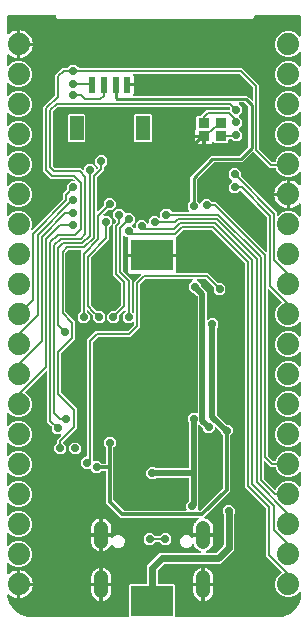
<source format=gbr>
G04 EAGLE Gerber RS-274X export*
G75*
%MOMM*%
%FSLAX34Y34*%
%LPD*%
%INBottom Copper*%
%IPPOS*%
%AMOC8*
5,1,8,0,0,1.08239X$1,22.5*%
G01*
%ADD10C,1.879600*%
%ADD11C,1.158000*%
%ADD12R,3.600000X2.600000*%
%ADD13R,0.950000X0.850000*%
%ADD14R,1.200000X2.000000*%
%ADD15R,0.600000X1.350000*%
%ADD16C,0.706400*%
%ADD17C,0.200000*%
%ADD18C,0.254000*%
%ADD19C,0.508000*%
%ADD20C,0.609600*%
%ADD21C,0.304800*%

G36*
X19686Y1363D02*
X19686Y1363D01*
X19782Y1379D01*
X19812Y1382D01*
X21858Y1382D01*
X21879Y1385D01*
X21926Y1385D01*
X22805Y1465D01*
X22813Y1462D01*
X22864Y1432D01*
X22927Y1419D01*
X22987Y1396D01*
X23081Y1387D01*
X23103Y1382D01*
X23114Y1384D01*
X23134Y1382D01*
X102726Y1382D01*
X102750Y1386D01*
X102775Y1383D01*
X102870Y1405D01*
X102967Y1421D01*
X102988Y1433D01*
X103012Y1439D01*
X103096Y1490D01*
X103182Y1536D01*
X103199Y1554D01*
X103220Y1567D01*
X103282Y1643D01*
X103349Y1714D01*
X103359Y1737D01*
X103375Y1756D01*
X103409Y1847D01*
X103450Y1937D01*
X103452Y1961D01*
X103461Y1984D01*
X103475Y2131D01*
X103475Y28132D01*
X104368Y29025D01*
X117678Y29025D01*
X117702Y29029D01*
X117727Y29026D01*
X117822Y29048D01*
X117919Y29064D01*
X117940Y29076D01*
X117964Y29082D01*
X118048Y29133D01*
X118134Y29179D01*
X118151Y29197D01*
X118172Y29210D01*
X118234Y29286D01*
X118301Y29357D01*
X118311Y29380D01*
X118327Y29399D01*
X118361Y29490D01*
X118402Y29580D01*
X118404Y29604D01*
X118413Y29627D01*
X118427Y29774D01*
X118427Y44894D01*
X129106Y55573D01*
X163448Y55573D01*
X163544Y55589D01*
X163641Y55598D01*
X163664Y55608D01*
X163688Y55612D01*
X163775Y55659D01*
X163864Y55699D01*
X163882Y55716D01*
X163904Y55727D01*
X163970Y55799D01*
X164042Y55866D01*
X164053Y55887D01*
X164070Y55905D01*
X164111Y55994D01*
X164157Y56081D01*
X164161Y56105D01*
X164171Y56128D01*
X164181Y56225D01*
X164197Y56321D01*
X164193Y56346D01*
X164195Y56371D01*
X164173Y56466D01*
X164157Y56562D01*
X164146Y56584D01*
X164140Y56608D01*
X164088Y56691D01*
X164042Y56778D01*
X164024Y56794D01*
X164011Y56816D01*
X163936Y56878D01*
X163865Y56945D01*
X163836Y56960D01*
X163823Y56970D01*
X163800Y56979D01*
X163734Y57014D01*
X162254Y57627D01*
X160890Y58539D01*
X159729Y59700D01*
X158817Y61064D01*
X158189Y62580D01*
X158170Y62677D01*
X158161Y62700D01*
X158159Y62725D01*
X158119Y62814D01*
X158084Y62906D01*
X158069Y62925D01*
X158058Y62947D01*
X157991Y63019D01*
X157929Y63094D01*
X157909Y63107D01*
X157892Y63125D01*
X157805Y63172D01*
X157722Y63223D01*
X157698Y63229D01*
X157676Y63241D01*
X157580Y63257D01*
X157485Y63279D01*
X157460Y63276D01*
X157436Y63280D01*
X157339Y63265D01*
X157242Y63255D01*
X157219Y63245D01*
X157195Y63241D01*
X157109Y63195D01*
X157019Y63155D01*
X157001Y63138D01*
X156980Y63126D01*
X156913Y63055D01*
X156841Y62988D01*
X156830Y62966D01*
X156813Y62948D01*
X156743Y62818D01*
X156563Y62384D01*
X155016Y60837D01*
X152994Y59999D01*
X150806Y59999D01*
X148784Y60837D01*
X147237Y62384D01*
X146399Y64406D01*
X146399Y66594D01*
X147237Y68616D01*
X148784Y70163D01*
X150806Y71001D01*
X152994Y71001D01*
X155016Y70163D01*
X156590Y68589D01*
X156650Y68546D01*
X156704Y68496D01*
X156748Y68476D01*
X156789Y68447D01*
X156859Y68425D01*
X156926Y68395D01*
X156975Y68390D01*
X157022Y68376D01*
X157095Y68378D01*
X157169Y68371D01*
X157217Y68382D01*
X157266Y68384D01*
X157335Y68410D01*
X157406Y68426D01*
X157448Y68452D01*
X157494Y68470D01*
X157551Y68516D01*
X157614Y68555D01*
X157645Y68593D01*
X157683Y68624D01*
X157722Y68687D01*
X157769Y68744D01*
X157786Y68790D01*
X157812Y68832D01*
X157829Y68903D01*
X157855Y68972D01*
X157862Y69045D01*
X157868Y69069D01*
X157866Y69086D01*
X157869Y69119D01*
X157869Y69301D01*
X165450Y69301D01*
X165474Y69305D01*
X165498Y69302D01*
X165594Y69325D01*
X165691Y69340D01*
X165712Y69352D01*
X165736Y69358D01*
X165819Y69409D01*
X165906Y69455D01*
X165923Y69473D01*
X165943Y69486D01*
X166006Y69562D01*
X166073Y69634D01*
X166083Y69656D01*
X166098Y69675D01*
X166133Y69766D01*
X166173Y69856D01*
X166176Y69880D01*
X166185Y69903D01*
X166199Y70050D01*
X166199Y71550D01*
X166195Y71574D01*
X166198Y71598D01*
X166175Y71694D01*
X166159Y71791D01*
X166148Y71812D01*
X166142Y71836D01*
X166091Y71920D01*
X166044Y72006D01*
X166027Y72023D01*
X166014Y72043D01*
X165938Y72106D01*
X165866Y72173D01*
X165844Y72183D01*
X165825Y72198D01*
X165733Y72233D01*
X165644Y72274D01*
X165620Y72276D01*
X165597Y72285D01*
X165450Y72299D01*
X157869Y72299D01*
X157869Y77411D01*
X158189Y79020D01*
X158817Y80536D01*
X159202Y81112D01*
X159703Y81861D01*
X159729Y81900D01*
X160889Y83061D01*
X162294Y83999D01*
X162312Y84016D01*
X162333Y84027D01*
X162400Y84099D01*
X162472Y84166D01*
X162483Y84188D01*
X162500Y84206D01*
X162540Y84295D01*
X162587Y84381D01*
X162591Y84405D01*
X162601Y84428D01*
X162611Y84525D01*
X162627Y84622D01*
X162623Y84646D01*
X162625Y84671D01*
X162603Y84766D01*
X162587Y84862D01*
X162575Y84884D01*
X162570Y84908D01*
X162518Y84991D01*
X162472Y85078D01*
X162454Y85095D01*
X162441Y85116D01*
X162365Y85178D01*
X162294Y85245D01*
X162272Y85255D01*
X162253Y85271D01*
X162161Y85305D01*
X162072Y85346D01*
X162047Y85348D01*
X162024Y85357D01*
X161877Y85371D01*
X96317Y85371D01*
X83951Y97737D01*
X83951Y124202D01*
X83947Y124226D01*
X83950Y124251D01*
X83928Y124346D01*
X83912Y124443D01*
X83900Y124464D01*
X83894Y124488D01*
X83843Y124572D01*
X83797Y124658D01*
X83779Y124675D01*
X83766Y124696D01*
X83690Y124758D01*
X83619Y124825D01*
X83596Y124835D01*
X83577Y124851D01*
X83486Y124885D01*
X83396Y124926D01*
X83372Y124928D01*
X83349Y124937D01*
X83202Y124951D01*
X80413Y124951D01*
X80317Y124935D01*
X80220Y124926D01*
X80197Y124916D01*
X80172Y124912D01*
X80086Y124866D01*
X79997Y124825D01*
X79972Y124804D01*
X79957Y124797D01*
X79940Y124778D01*
X79883Y124732D01*
X78095Y122943D01*
X73905Y122943D01*
X70943Y125905D01*
X70943Y126194D01*
X70939Y126218D01*
X70942Y126243D01*
X70920Y126338D01*
X70904Y126435D01*
X70892Y126456D01*
X70886Y126480D01*
X70835Y126564D01*
X70789Y126650D01*
X70771Y126667D01*
X70758Y126688D01*
X70682Y126750D01*
X70611Y126817D01*
X70588Y126827D01*
X70569Y126843D01*
X70478Y126877D01*
X70388Y126918D01*
X70364Y126920D01*
X70341Y126929D01*
X70194Y126943D01*
X65905Y126943D01*
X62943Y129905D01*
X62943Y134095D01*
X65905Y137057D01*
X66726Y137057D01*
X66750Y137061D01*
X66775Y137058D01*
X66870Y137080D01*
X66967Y137096D01*
X66988Y137108D01*
X67012Y137114D01*
X67096Y137165D01*
X67182Y137211D01*
X67199Y137229D01*
X67220Y137242D01*
X67282Y137318D01*
X67349Y137389D01*
X67359Y137412D01*
X67375Y137431D01*
X67409Y137522D01*
X67450Y137612D01*
X67452Y137636D01*
X67461Y137659D01*
X67475Y137806D01*
X67475Y236046D01*
X74954Y243525D01*
X101644Y243525D01*
X101740Y243541D01*
X101837Y243550D01*
X101860Y243560D01*
X101885Y243564D01*
X101971Y243610D01*
X102059Y243651D01*
X102085Y243672D01*
X102100Y243679D01*
X102117Y243698D01*
X102174Y243744D01*
X107256Y248826D01*
X107312Y248905D01*
X107349Y248944D01*
X107355Y248957D01*
X107375Y248981D01*
X107383Y249004D01*
X107398Y249025D01*
X107423Y249108D01*
X107450Y249166D01*
X107451Y249185D01*
X107461Y249209D01*
X107464Y249242D01*
X107469Y249258D01*
X107468Y249283D01*
X107475Y249356D01*
X107475Y250515D01*
X107463Y250588D01*
X107461Y250661D01*
X107444Y250707D01*
X107436Y250756D01*
X107401Y250821D01*
X107375Y250889D01*
X107344Y250928D01*
X107321Y250971D01*
X107267Y251021D01*
X107220Y251078D01*
X107178Y251104D01*
X107143Y251138D01*
X107076Y251168D01*
X107013Y251207D01*
X106965Y251218D01*
X106920Y251239D01*
X106847Y251246D01*
X106776Y251263D01*
X106727Y251258D01*
X106677Y251263D01*
X106606Y251246D01*
X106533Y251239D01*
X106488Y251219D01*
X106440Y251208D01*
X106377Y251169D01*
X106310Y251139D01*
X106254Y251092D01*
X106232Y251079D01*
X106222Y251066D01*
X106196Y251045D01*
X105095Y249943D01*
X100905Y249943D01*
X97943Y252905D01*
X97943Y257095D01*
X100256Y259407D01*
X100313Y259487D01*
X100375Y259562D01*
X100383Y259585D01*
X100398Y259605D01*
X100426Y259699D01*
X100461Y259790D01*
X100464Y259823D01*
X100469Y259839D01*
X100468Y259864D01*
X100475Y259937D01*
X100475Y260096D01*
X100463Y260168D01*
X100461Y260242D01*
X100444Y260288D01*
X100436Y260337D01*
X100401Y260401D01*
X100375Y260470D01*
X100344Y260508D01*
X100321Y260552D01*
X100267Y260602D01*
X100220Y260659D01*
X100179Y260685D01*
X100143Y260719D01*
X100076Y260749D01*
X100013Y260788D01*
X99965Y260799D01*
X99920Y260820D01*
X99847Y260827D01*
X99776Y260844D01*
X99727Y260839D01*
X99677Y260844D01*
X99606Y260827D01*
X99533Y260820D01*
X99488Y260800D01*
X99440Y260788D01*
X99377Y260750D01*
X99310Y260719D01*
X99254Y260673D01*
X99232Y260660D01*
X99222Y260647D01*
X99196Y260626D01*
X95276Y256706D01*
X95219Y256626D01*
X95157Y256551D01*
X95149Y256528D01*
X95134Y256507D01*
X95106Y256414D01*
X95071Y256323D01*
X95068Y256290D01*
X95063Y256274D01*
X95064Y256249D01*
X95057Y256176D01*
X95057Y252905D01*
X92095Y249943D01*
X87905Y249943D01*
X84943Y252905D01*
X84943Y257095D01*
X87905Y260057D01*
X91176Y260057D01*
X91272Y260073D01*
X91369Y260082D01*
X91392Y260092D01*
X91417Y260096D01*
X91503Y260142D01*
X91591Y260183D01*
X91617Y260204D01*
X91632Y260211D01*
X91649Y260230D01*
X91706Y260276D01*
X96732Y265302D01*
X96789Y265382D01*
X96851Y265457D01*
X96859Y265480D01*
X96874Y265501D01*
X96902Y265594D01*
X96912Y265619D01*
X96926Y265650D01*
X96926Y265658D01*
X96937Y265685D01*
X96940Y265718D01*
X96945Y265734D01*
X96944Y265759D01*
X96951Y265832D01*
X96951Y283184D01*
X96935Y283280D01*
X96926Y283377D01*
X96916Y283400D01*
X96912Y283425D01*
X96866Y283511D01*
X96825Y283600D01*
X96804Y283625D01*
X96797Y283640D01*
X96778Y283657D01*
X96732Y283714D01*
X89951Y290494D01*
X89951Y332991D01*
X89939Y333064D01*
X89937Y333137D01*
X89920Y333183D01*
X89912Y333232D01*
X89877Y333297D01*
X89851Y333365D01*
X89820Y333404D01*
X89797Y333447D01*
X89743Y333497D01*
X89696Y333554D01*
X89654Y333580D01*
X89619Y333614D01*
X89552Y333644D01*
X89489Y333683D01*
X89441Y333694D01*
X89396Y333715D01*
X89323Y333722D01*
X89252Y333739D01*
X89203Y333734D01*
X89153Y333739D01*
X89082Y333722D01*
X89009Y333715D01*
X88964Y333695D01*
X88916Y333684D01*
X88853Y333645D01*
X88786Y333615D01*
X88730Y333568D01*
X88708Y333555D01*
X88698Y333542D01*
X88672Y333521D01*
X86744Y331593D01*
X86687Y331514D01*
X86625Y331438D01*
X86617Y331415D01*
X86602Y331395D01*
X86574Y331301D01*
X86539Y331210D01*
X86536Y331177D01*
X86531Y331161D01*
X86532Y331136D01*
X86525Y331063D01*
X86525Y320954D01*
X71268Y305698D01*
X71211Y305618D01*
X71149Y305543D01*
X71141Y305520D01*
X71126Y305499D01*
X71098Y305406D01*
X71063Y305315D01*
X71060Y305282D01*
X71055Y305266D01*
X71056Y305241D01*
X71049Y305168D01*
X71049Y265832D01*
X71052Y265812D01*
X71050Y265795D01*
X71065Y265732D01*
X71074Y265639D01*
X71084Y265616D01*
X71088Y265591D01*
X71105Y265561D01*
X71106Y265558D01*
X71112Y265548D01*
X71134Y265505D01*
X71175Y265417D01*
X71196Y265391D01*
X71203Y265376D01*
X71222Y265359D01*
X71268Y265302D01*
X76294Y260276D01*
X76374Y260219D01*
X76449Y260157D01*
X76472Y260149D01*
X76493Y260134D01*
X76586Y260106D01*
X76677Y260071D01*
X76710Y260068D01*
X76726Y260063D01*
X76751Y260064D01*
X76824Y260057D01*
X80095Y260057D01*
X83057Y257095D01*
X83057Y252905D01*
X80095Y249943D01*
X75905Y249943D01*
X72943Y252905D01*
X72943Y256176D01*
X72927Y256272D01*
X72918Y256369D01*
X72908Y256392D01*
X72904Y256417D01*
X72858Y256503D01*
X72817Y256591D01*
X72796Y256617D01*
X72789Y256632D01*
X72770Y256649D01*
X72724Y256706D01*
X69174Y260256D01*
X68804Y260626D01*
X68744Y260669D01*
X68690Y260719D01*
X68646Y260739D01*
X68605Y260768D01*
X68535Y260789D01*
X68468Y260820D01*
X68419Y260824D01*
X68372Y260839D01*
X68299Y260836D01*
X68225Y260844D01*
X68177Y260832D01*
X68128Y260831D01*
X68059Y260805D01*
X67988Y260788D01*
X67946Y260762D01*
X67900Y260745D01*
X67843Y260698D01*
X67780Y260660D01*
X67749Y260622D01*
X67711Y260590D01*
X67672Y260528D01*
X67625Y260471D01*
X67608Y260425D01*
X67582Y260383D01*
X67565Y260312D01*
X67539Y260243D01*
X67532Y260170D01*
X67526Y260146D01*
X67528Y260129D01*
X67525Y260096D01*
X67525Y259937D01*
X67541Y259841D01*
X67550Y259744D01*
X67560Y259721D01*
X67564Y259696D01*
X67610Y259610D01*
X67651Y259521D01*
X67672Y259496D01*
X67679Y259481D01*
X67698Y259464D01*
X67744Y259407D01*
X70057Y257095D01*
X70057Y252905D01*
X67095Y249943D01*
X62905Y249943D01*
X59943Y252905D01*
X59943Y257095D01*
X62256Y259407D01*
X62313Y259486D01*
X62375Y259562D01*
X62383Y259585D01*
X62398Y259605D01*
X62426Y259699D01*
X62461Y259790D01*
X62464Y259823D01*
X62469Y259839D01*
X62468Y259864D01*
X62475Y259937D01*
X62475Y310111D01*
X62989Y310624D01*
X63031Y310684D01*
X63082Y310738D01*
X63102Y310782D01*
X63131Y310823D01*
X63152Y310893D01*
X63183Y310960D01*
X63187Y311009D01*
X63202Y311056D01*
X63199Y311129D01*
X63207Y311203D01*
X63195Y311251D01*
X63194Y311300D01*
X63168Y311369D01*
X63151Y311440D01*
X63125Y311482D01*
X63108Y311528D01*
X63061Y311585D01*
X63023Y311648D01*
X62985Y311679D01*
X62953Y311717D01*
X62891Y311756D01*
X62834Y311803D01*
X62788Y311820D01*
X62746Y311846D01*
X62675Y311863D01*
X62606Y311889D01*
X62533Y311896D01*
X62509Y311902D01*
X62492Y311900D01*
X62459Y311903D01*
X52356Y311903D01*
X52260Y311887D01*
X52163Y311878D01*
X52140Y311868D01*
X52115Y311864D01*
X52029Y311818D01*
X51941Y311777D01*
X51915Y311756D01*
X51900Y311749D01*
X51883Y311730D01*
X51826Y311684D01*
X49810Y309668D01*
X49753Y309588D01*
X49691Y309513D01*
X49683Y309490D01*
X49668Y309469D01*
X49640Y309376D01*
X49605Y309285D01*
X49602Y309252D01*
X49597Y309236D01*
X49598Y309211D01*
X49591Y309138D01*
X49591Y259855D01*
X49598Y259811D01*
X49597Y259801D01*
X49606Y259764D01*
X49607Y259758D01*
X49616Y259661D01*
X49626Y259639D01*
X49630Y259614D01*
X49648Y259580D01*
X49652Y259564D01*
X49682Y259516D01*
X49717Y259439D01*
X49738Y259413D01*
X49745Y259399D01*
X49764Y259382D01*
X49770Y259373D01*
X49781Y259356D01*
X49791Y259348D01*
X49810Y259325D01*
X57581Y251554D01*
X57581Y236446D01*
X46286Y225151D01*
X46240Y225087D01*
X46207Y225052D01*
X46200Y225036D01*
X46167Y224997D01*
X46159Y224973D01*
X46144Y224953D01*
X46116Y224859D01*
X46081Y224768D01*
X46078Y224735D01*
X46073Y224719D01*
X46074Y224694D01*
X46067Y224621D01*
X46067Y191814D01*
X46083Y191718D01*
X46092Y191621D01*
X46102Y191598D01*
X46106Y191573D01*
X46152Y191487D01*
X46193Y191399D01*
X46214Y191373D01*
X46221Y191358D01*
X46240Y191341D01*
X46286Y191284D01*
X59581Y177990D01*
X59581Y161446D01*
X47744Y149609D01*
X47687Y149530D01*
X47625Y149455D01*
X47617Y149431D01*
X47602Y149411D01*
X47574Y149317D01*
X47539Y149226D01*
X47536Y149193D01*
X47531Y149177D01*
X47532Y149152D01*
X47525Y149079D01*
X47525Y148937D01*
X47527Y148922D01*
X47526Y148912D01*
X47535Y148876D01*
X47541Y148841D01*
X47550Y148744D01*
X47560Y148721D01*
X47564Y148696D01*
X47610Y148610D01*
X47651Y148521D01*
X47672Y148496D01*
X47679Y148481D01*
X47698Y148464D01*
X47744Y148407D01*
X50057Y146095D01*
X50057Y141905D01*
X47095Y138943D01*
X42905Y138943D01*
X39943Y141905D01*
X39943Y146095D01*
X42256Y148407D01*
X42313Y148487D01*
X42375Y148562D01*
X42383Y148585D01*
X42398Y148605D01*
X42426Y148699D01*
X42461Y148790D01*
X42464Y148823D01*
X42469Y148839D01*
X42468Y148864D01*
X42475Y148937D01*
X42475Y151481D01*
X44174Y153180D01*
X45658Y154664D01*
X45701Y154724D01*
X45751Y154778D01*
X45772Y154822D01*
X45800Y154863D01*
X45822Y154933D01*
X45852Y155000D01*
X45857Y155049D01*
X45871Y155096D01*
X45869Y155169D01*
X45876Y155243D01*
X45865Y155291D01*
X45863Y155340D01*
X45838Y155409D01*
X45821Y155480D01*
X45795Y155522D01*
X45777Y155568D01*
X45731Y155625D01*
X45692Y155688D01*
X45654Y155719D01*
X45623Y155757D01*
X45560Y155796D01*
X45504Y155843D01*
X45458Y155860D01*
X45416Y155886D01*
X45344Y155903D01*
X45275Y155929D01*
X45202Y155936D01*
X45178Y155942D01*
X45161Y155940D01*
X45128Y155943D01*
X40905Y155943D01*
X37943Y158905D01*
X37943Y162192D01*
X37927Y162288D01*
X37918Y162385D01*
X37908Y162408D01*
X37904Y162433D01*
X37858Y162519D01*
X37817Y162608D01*
X37796Y162633D01*
X37789Y162648D01*
X37770Y162665D01*
X37724Y162722D01*
X33969Y166476D01*
X33969Y208530D01*
X33957Y208602D01*
X33955Y208676D01*
X33938Y208722D01*
X33930Y208770D01*
X33895Y208835D01*
X33869Y208904D01*
X33838Y208942D01*
X33815Y208986D01*
X33761Y209036D01*
X33714Y209093D01*
X33672Y209119D01*
X33637Y209152D01*
X33570Y209183D01*
X33507Y209222D01*
X33459Y209233D01*
X33414Y209253D01*
X33341Y209260D01*
X33270Y209277D01*
X33221Y209272D01*
X33171Y209277D01*
X33100Y209261D01*
X33027Y209254D01*
X32982Y209233D01*
X32934Y209222D01*
X32871Y209183D01*
X32804Y209153D01*
X32748Y209106D01*
X32726Y209093D01*
X32716Y209080D01*
X32690Y209059D01*
X15639Y192008D01*
X15610Y191968D01*
X15575Y191935D01*
X15540Y191870D01*
X15497Y191810D01*
X15483Y191763D01*
X15460Y191720D01*
X15447Y191647D01*
X15426Y191576D01*
X15428Y191527D01*
X15420Y191479D01*
X15432Y191406D01*
X15434Y191333D01*
X15451Y191287D01*
X15459Y191238D01*
X15494Y191173D01*
X15520Y191104D01*
X15551Y191066D01*
X15574Y191023D01*
X15628Y190972D01*
X15674Y190915D01*
X15716Y190890D01*
X15752Y190856D01*
X15881Y190787D01*
X15882Y190786D01*
X16187Y190660D01*
X19260Y187587D01*
X20923Y183573D01*
X20923Y179227D01*
X19260Y175213D01*
X16187Y172140D01*
X12173Y170477D01*
X7827Y170477D01*
X3813Y172140D01*
X1661Y174292D01*
X1601Y174335D01*
X1547Y174385D01*
X1503Y174406D01*
X1462Y174434D01*
X1392Y174456D01*
X1325Y174486D01*
X1276Y174491D01*
X1229Y174505D01*
X1156Y174503D01*
X1082Y174510D01*
X1034Y174499D01*
X985Y174497D01*
X916Y174471D01*
X845Y174455D01*
X803Y174429D01*
X757Y174411D01*
X700Y174365D01*
X637Y174326D01*
X606Y174288D01*
X568Y174257D01*
X529Y174194D01*
X482Y174138D01*
X465Y174092D01*
X439Y174050D01*
X422Y173978D01*
X396Y173909D01*
X389Y173836D01*
X383Y173812D01*
X385Y173795D01*
X382Y173762D01*
X382Y163638D01*
X394Y163565D01*
X396Y163492D01*
X413Y163446D01*
X421Y163397D01*
X456Y163332D01*
X482Y163263D01*
X513Y163225D01*
X536Y163182D01*
X590Y163131D01*
X637Y163075D01*
X679Y163049D01*
X714Y163015D01*
X781Y162984D01*
X844Y162946D01*
X892Y162934D01*
X937Y162914D01*
X1010Y162907D01*
X1081Y162890D01*
X1130Y162895D01*
X1180Y162890D01*
X1251Y162907D01*
X1324Y162914D01*
X1369Y162934D01*
X1417Y162945D01*
X1480Y162984D01*
X1547Y163014D01*
X1603Y163061D01*
X1625Y163074D01*
X1635Y163087D01*
X1661Y163108D01*
X3813Y165260D01*
X7827Y166923D01*
X12173Y166923D01*
X16187Y165260D01*
X19260Y162187D01*
X20923Y158173D01*
X20923Y153827D01*
X19260Y149813D01*
X16187Y146740D01*
X12173Y145077D01*
X7827Y145077D01*
X3813Y146740D01*
X1661Y148892D01*
X1601Y148935D01*
X1547Y148985D01*
X1503Y149006D01*
X1462Y149034D01*
X1392Y149056D01*
X1325Y149086D01*
X1276Y149091D01*
X1229Y149105D01*
X1156Y149103D01*
X1082Y149110D01*
X1034Y149099D01*
X985Y149097D01*
X916Y149071D01*
X845Y149055D01*
X803Y149029D01*
X757Y149011D01*
X700Y148965D01*
X637Y148926D01*
X606Y148888D01*
X568Y148857D01*
X529Y148794D01*
X482Y148738D01*
X465Y148692D01*
X439Y148650D01*
X422Y148578D01*
X396Y148509D01*
X389Y148436D01*
X383Y148412D01*
X385Y148395D01*
X382Y148362D01*
X382Y138238D01*
X394Y138165D01*
X396Y138092D01*
X413Y138046D01*
X421Y137997D01*
X456Y137932D01*
X482Y137863D01*
X513Y137825D01*
X536Y137782D01*
X590Y137731D01*
X637Y137675D01*
X679Y137649D01*
X714Y137615D01*
X781Y137584D01*
X844Y137546D01*
X892Y137534D01*
X937Y137514D01*
X1010Y137507D01*
X1081Y137490D01*
X1130Y137495D01*
X1180Y137490D01*
X1251Y137507D01*
X1324Y137514D01*
X1369Y137534D01*
X1417Y137545D01*
X1480Y137584D01*
X1547Y137614D01*
X1603Y137661D01*
X1625Y137674D01*
X1635Y137687D01*
X1661Y137708D01*
X3813Y139860D01*
X7827Y141523D01*
X12173Y141523D01*
X16187Y139860D01*
X19260Y136787D01*
X20923Y132773D01*
X20923Y128427D01*
X19260Y124413D01*
X16187Y121340D01*
X12173Y119677D01*
X7827Y119677D01*
X3813Y121340D01*
X1661Y123492D01*
X1601Y123535D01*
X1547Y123585D01*
X1503Y123606D01*
X1462Y123634D01*
X1392Y123656D01*
X1325Y123686D01*
X1276Y123691D01*
X1229Y123705D01*
X1156Y123703D01*
X1082Y123710D01*
X1034Y123699D01*
X985Y123697D01*
X916Y123671D01*
X845Y123655D01*
X803Y123629D01*
X757Y123611D01*
X700Y123565D01*
X637Y123526D01*
X606Y123488D01*
X568Y123457D01*
X529Y123394D01*
X482Y123338D01*
X465Y123292D01*
X439Y123250D01*
X422Y123178D01*
X396Y123109D01*
X389Y123036D01*
X383Y123012D01*
X385Y122995D01*
X382Y122962D01*
X382Y112838D01*
X394Y112765D01*
X396Y112692D01*
X413Y112646D01*
X421Y112597D01*
X456Y112532D01*
X482Y112463D01*
X513Y112425D01*
X536Y112382D01*
X590Y112331D01*
X637Y112275D01*
X679Y112249D01*
X714Y112215D01*
X781Y112184D01*
X844Y112146D01*
X892Y112134D01*
X937Y112114D01*
X1010Y112107D01*
X1081Y112090D01*
X1130Y112095D01*
X1180Y112090D01*
X1251Y112107D01*
X1324Y112114D01*
X1369Y112134D01*
X1417Y112145D01*
X1480Y112184D01*
X1547Y112214D01*
X1603Y112261D01*
X1625Y112274D01*
X1635Y112287D01*
X1661Y112308D01*
X3813Y114460D01*
X7827Y116123D01*
X12173Y116123D01*
X16187Y114460D01*
X19260Y111387D01*
X20923Y107373D01*
X20923Y103027D01*
X19260Y99013D01*
X16187Y95940D01*
X12173Y94277D01*
X7827Y94277D01*
X3813Y95940D01*
X1661Y98092D01*
X1601Y98135D01*
X1547Y98185D01*
X1503Y98206D01*
X1462Y98234D01*
X1392Y98256D01*
X1325Y98286D01*
X1276Y98291D01*
X1229Y98305D01*
X1156Y98303D01*
X1082Y98310D01*
X1034Y98299D01*
X985Y98297D01*
X916Y98271D01*
X845Y98255D01*
X803Y98229D01*
X757Y98211D01*
X700Y98165D01*
X637Y98126D01*
X606Y98088D01*
X568Y98057D01*
X529Y97994D01*
X482Y97938D01*
X465Y97892D01*
X439Y97850D01*
X422Y97778D01*
X396Y97709D01*
X389Y97636D01*
X383Y97612D01*
X385Y97595D01*
X382Y97562D01*
X382Y87438D01*
X394Y87365D01*
X396Y87292D01*
X413Y87246D01*
X421Y87197D01*
X456Y87132D01*
X482Y87063D01*
X513Y87025D01*
X536Y86982D01*
X590Y86931D01*
X637Y86875D01*
X679Y86849D01*
X714Y86815D01*
X781Y86784D01*
X844Y86746D01*
X892Y86734D01*
X937Y86714D01*
X1010Y86707D01*
X1081Y86690D01*
X1130Y86695D01*
X1180Y86690D01*
X1251Y86707D01*
X1324Y86714D01*
X1369Y86734D01*
X1417Y86745D01*
X1480Y86784D01*
X1547Y86814D01*
X1603Y86861D01*
X1625Y86874D01*
X1635Y86887D01*
X1661Y86908D01*
X3813Y89060D01*
X7827Y90723D01*
X12173Y90723D01*
X16187Y89060D01*
X19260Y85987D01*
X20923Y81973D01*
X20923Y77627D01*
X19260Y73613D01*
X16187Y70540D01*
X12173Y68877D01*
X7827Y68877D01*
X3813Y70540D01*
X1661Y72692D01*
X1601Y72735D01*
X1547Y72785D01*
X1503Y72806D01*
X1462Y72834D01*
X1392Y72856D01*
X1325Y72886D01*
X1276Y72891D01*
X1229Y72905D01*
X1156Y72903D01*
X1082Y72910D01*
X1034Y72899D01*
X985Y72897D01*
X916Y72871D01*
X845Y72855D01*
X803Y72829D01*
X757Y72811D01*
X700Y72765D01*
X637Y72726D01*
X606Y72688D01*
X568Y72657D01*
X529Y72594D01*
X482Y72538D01*
X465Y72492D01*
X439Y72450D01*
X422Y72378D01*
X396Y72309D01*
X389Y72236D01*
X383Y72212D01*
X385Y72195D01*
X382Y72162D01*
X382Y62038D01*
X385Y62017D01*
X383Y61999D01*
X394Y61953D01*
X396Y61892D01*
X413Y61846D01*
X421Y61797D01*
X437Y61767D01*
X439Y61762D01*
X451Y61742D01*
X456Y61732D01*
X482Y61663D01*
X513Y61625D01*
X536Y61582D01*
X590Y61531D01*
X637Y61475D01*
X679Y61449D01*
X714Y61415D01*
X781Y61384D01*
X844Y61346D01*
X892Y61334D01*
X937Y61314D01*
X1010Y61307D01*
X1081Y61290D01*
X1130Y61295D01*
X1180Y61290D01*
X1251Y61307D01*
X1324Y61314D01*
X1369Y61334D01*
X1417Y61345D01*
X1480Y61384D01*
X1547Y61414D01*
X1589Y61449D01*
X1597Y61453D01*
X1605Y61462D01*
X1625Y61474D01*
X1635Y61487D01*
X1661Y61508D01*
X3813Y63660D01*
X7827Y65323D01*
X12173Y65323D01*
X16187Y63660D01*
X19260Y60587D01*
X20923Y56573D01*
X20923Y52227D01*
X19260Y48213D01*
X16187Y45140D01*
X12173Y43477D01*
X7827Y43477D01*
X3813Y45140D01*
X1661Y47292D01*
X1601Y47335D01*
X1547Y47385D01*
X1503Y47406D01*
X1462Y47434D01*
X1392Y47456D01*
X1325Y47486D01*
X1276Y47491D01*
X1229Y47505D01*
X1156Y47503D01*
X1082Y47510D01*
X1034Y47499D01*
X985Y47497D01*
X916Y47471D01*
X845Y47455D01*
X803Y47429D01*
X757Y47411D01*
X700Y47365D01*
X637Y47326D01*
X606Y47288D01*
X568Y47257D01*
X529Y47194D01*
X482Y47138D01*
X465Y47092D01*
X439Y47050D01*
X422Y46978D01*
X396Y46909D01*
X389Y46836D01*
X383Y46812D01*
X385Y46795D01*
X382Y46762D01*
X382Y38074D01*
X394Y38002D01*
X396Y37929D01*
X413Y37882D01*
X421Y37834D01*
X456Y37769D01*
X482Y37700D01*
X513Y37662D01*
X536Y37619D01*
X590Y37568D01*
X637Y37511D01*
X679Y37485D01*
X714Y37452D01*
X781Y37421D01*
X844Y37382D01*
X892Y37371D01*
X937Y37351D01*
X1010Y37344D01*
X1081Y37327D01*
X1130Y37332D01*
X1180Y37327D01*
X1251Y37343D01*
X1324Y37351D01*
X1369Y37371D01*
X1417Y37382D01*
X1480Y37421D01*
X1547Y37451D01*
X1603Y37498D01*
X1625Y37511D01*
X1635Y37524D01*
X1661Y37545D01*
X2222Y38106D01*
X3743Y39211D01*
X5417Y40064D01*
X7204Y40645D01*
X8501Y40850D01*
X8501Y29750D01*
X8505Y29726D01*
X8502Y29702D01*
X8525Y29606D01*
X8540Y29509D01*
X8552Y29488D01*
X8558Y29464D01*
X8609Y29381D01*
X8655Y29294D01*
X8673Y29277D01*
X8686Y29257D01*
X8762Y29194D01*
X8834Y29127D01*
X8856Y29117D01*
X8875Y29102D01*
X8966Y29067D01*
X9056Y29027D01*
X9080Y29024D01*
X9103Y29015D01*
X9250Y29001D01*
X10001Y29001D01*
X10001Y28999D01*
X9250Y28999D01*
X9226Y28995D01*
X9201Y28998D01*
X9106Y28975D01*
X9009Y28959D01*
X8988Y28948D01*
X8964Y28942D01*
X8880Y28891D01*
X8794Y28844D01*
X8777Y28827D01*
X8756Y28814D01*
X8694Y28738D01*
X8627Y28666D01*
X8617Y28644D01*
X8602Y28625D01*
X8567Y28533D01*
X8526Y28444D01*
X8524Y28420D01*
X8515Y28397D01*
X8501Y28250D01*
X8501Y17150D01*
X7204Y17355D01*
X5417Y17936D01*
X3743Y18789D01*
X2222Y19894D01*
X1639Y20477D01*
X1581Y20519D01*
X1528Y20568D01*
X1482Y20589D01*
X1441Y20619D01*
X1372Y20640D01*
X1306Y20670D01*
X1256Y20675D01*
X1208Y20690D01*
X1135Y20687D01*
X1063Y20695D01*
X1014Y20683D01*
X964Y20682D01*
X896Y20656D01*
X826Y20640D01*
X783Y20614D01*
X735Y20596D01*
X679Y20550D01*
X618Y20512D01*
X586Y20473D01*
X547Y20441D01*
X508Y20380D01*
X462Y20324D01*
X444Y20277D01*
X418Y20234D01*
X401Y20164D01*
X375Y20096D01*
X368Y20021D01*
X362Y19997D01*
X364Y19981D01*
X360Y19949D01*
X359Y19401D01*
X363Y19377D01*
X360Y19352D01*
X384Y19206D01*
X2082Y12818D01*
X2105Y12766D01*
X2119Y12710D01*
X2175Y12611D01*
X2182Y12596D01*
X2186Y12591D01*
X2192Y12581D01*
X5979Y7164D01*
X6020Y7123D01*
X6052Y7076D01*
X6138Y7002D01*
X6150Y6990D01*
X6156Y6987D01*
X6164Y6979D01*
X11581Y3192D01*
X11633Y3167D01*
X11680Y3134D01*
X11786Y3094D01*
X11801Y3086D01*
X11808Y3086D01*
X11818Y3082D01*
X18206Y1384D01*
X18231Y1381D01*
X18254Y1373D01*
X18401Y1359D01*
X19686Y1363D01*
G37*
G36*
X20980Y328842D02*
X20980Y328842D01*
X21077Y328852D01*
X21100Y328862D01*
X21124Y328866D01*
X21210Y328912D01*
X21299Y328952D01*
X21325Y328973D01*
X21339Y328981D01*
X21356Y328999D01*
X21414Y329046D01*
X47200Y354832D01*
X47257Y354911D01*
X47319Y354987D01*
X47327Y355010D01*
X47342Y355030D01*
X47370Y355124D01*
X47405Y355215D01*
X47408Y355248D01*
X47413Y355264D01*
X47412Y355289D01*
X47419Y355362D01*
X47419Y359990D01*
X50724Y363294D01*
X50781Y363374D01*
X50843Y363449D01*
X50851Y363472D01*
X50866Y363493D01*
X50894Y363586D01*
X50929Y363677D01*
X50932Y363710D01*
X50937Y363726D01*
X50936Y363751D01*
X50943Y363824D01*
X50943Y367095D01*
X53905Y370057D01*
X56564Y370057D01*
X56636Y370069D01*
X56710Y370071D01*
X56756Y370088D01*
X56805Y370096D01*
X56869Y370131D01*
X56938Y370157D01*
X56976Y370188D01*
X57020Y370211D01*
X57070Y370265D01*
X57127Y370312D01*
X57153Y370354D01*
X57187Y370389D01*
X57217Y370456D01*
X57256Y370519D01*
X57267Y370567D01*
X57288Y370612D01*
X57295Y370685D01*
X57312Y370756D01*
X57307Y370805D01*
X57312Y370855D01*
X57295Y370926D01*
X57288Y370999D01*
X57268Y371044D01*
X57256Y371092D01*
X57218Y371155D01*
X57187Y371222D01*
X57141Y371278D01*
X57128Y371300D01*
X57115Y371310D01*
X57094Y371336D01*
X56174Y372256D01*
X56094Y372313D01*
X56019Y372375D01*
X55996Y372383D01*
X55975Y372398D01*
X55882Y372426D01*
X55791Y372461D01*
X55758Y372464D01*
X55742Y372469D01*
X55717Y372468D01*
X55644Y372475D01*
X36954Y372475D01*
X30475Y378954D01*
X30475Y433046D01*
X40256Y442826D01*
X40313Y442906D01*
X40375Y442981D01*
X40383Y443004D01*
X40398Y443025D01*
X40426Y443118D01*
X40461Y443209D01*
X40464Y443242D01*
X40469Y443258D01*
X40468Y443283D01*
X40475Y443356D01*
X40475Y460046D01*
X46954Y466525D01*
X51063Y466525D01*
X51159Y466541D01*
X51256Y466550D01*
X51279Y466560D01*
X51304Y466564D01*
X51390Y466610D01*
X51479Y466651D01*
X51504Y466672D01*
X51519Y466679D01*
X51536Y466698D01*
X51593Y466744D01*
X53905Y469057D01*
X58095Y469057D01*
X60407Y466744D01*
X60486Y466687D01*
X60562Y466625D01*
X60585Y466617D01*
X60605Y466602D01*
X60699Y466574D01*
X60790Y466539D01*
X60823Y466536D01*
X60839Y466531D01*
X60864Y466532D01*
X60937Y466525D01*
X199046Y466525D01*
X200744Y464826D01*
X211826Y453744D01*
X213525Y452046D01*
X213525Y398356D01*
X213541Y398260D01*
X213550Y398163D01*
X213560Y398140D01*
X213564Y398115D01*
X213610Y398029D01*
X213651Y397941D01*
X213672Y397915D01*
X213679Y397900D01*
X213698Y397883D01*
X213744Y397826D01*
X224826Y386744D01*
X224906Y386687D01*
X224981Y386625D01*
X225004Y386617D01*
X225025Y386602D01*
X225118Y386574D01*
X225209Y386539D01*
X225242Y386536D01*
X225258Y386531D01*
X225283Y386532D01*
X225356Y386525D01*
X226774Y386525D01*
X226908Y386547D01*
X227014Y386564D01*
X227015Y386564D01*
X227128Y386625D01*
X227229Y386679D01*
X227230Y386679D01*
X227305Y386759D01*
X227396Y386857D01*
X227397Y386857D01*
X227397Y386858D01*
X227466Y386987D01*
X229040Y390787D01*
X232113Y393860D01*
X236127Y395523D01*
X240473Y395523D01*
X244487Y393860D01*
X247339Y391008D01*
X247399Y390965D01*
X247453Y390915D01*
X247497Y390894D01*
X247538Y390866D01*
X247608Y390844D01*
X247675Y390814D01*
X247724Y390809D01*
X247771Y390795D01*
X247844Y390797D01*
X247918Y390790D01*
X247966Y390801D01*
X248015Y390803D01*
X248084Y390829D01*
X248155Y390845D01*
X248197Y390871D01*
X248243Y390889D01*
X248300Y390935D01*
X248363Y390974D01*
X248394Y391012D01*
X248432Y391043D01*
X248471Y391106D01*
X248518Y391162D01*
X248535Y391208D01*
X248561Y391250D01*
X248578Y391322D01*
X248604Y391391D01*
X248611Y391464D01*
X248617Y391488D01*
X248615Y391505D01*
X248618Y391538D01*
X248618Y403062D01*
X248606Y403135D01*
X248604Y403208D01*
X248587Y403254D01*
X248579Y403303D01*
X248544Y403368D01*
X248518Y403437D01*
X248487Y403475D01*
X248464Y403518D01*
X248410Y403569D01*
X248363Y403625D01*
X248322Y403651D01*
X248286Y403685D01*
X248219Y403716D01*
X248156Y403754D01*
X248108Y403766D01*
X248063Y403786D01*
X247990Y403793D01*
X247919Y403810D01*
X247870Y403805D01*
X247820Y403810D01*
X247749Y403793D01*
X247676Y403786D01*
X247631Y403766D01*
X247583Y403755D01*
X247520Y403716D01*
X247453Y403686D01*
X247397Y403639D01*
X247375Y403626D01*
X247365Y403613D01*
X247339Y403592D01*
X244487Y400740D01*
X240473Y399077D01*
X236127Y399077D01*
X232113Y400740D01*
X229040Y403813D01*
X227377Y407827D01*
X227377Y412173D01*
X229040Y416187D01*
X232113Y419260D01*
X236127Y420923D01*
X240473Y420923D01*
X244487Y419260D01*
X247339Y416408D01*
X247399Y416365D01*
X247453Y416315D01*
X247497Y416294D01*
X247538Y416266D01*
X247608Y416244D01*
X247675Y416214D01*
X247724Y416209D01*
X247771Y416195D01*
X247844Y416197D01*
X247918Y416190D01*
X247966Y416201D01*
X248015Y416203D01*
X248084Y416229D01*
X248155Y416245D01*
X248197Y416271D01*
X248243Y416289D01*
X248300Y416335D01*
X248363Y416374D01*
X248394Y416412D01*
X248432Y416443D01*
X248471Y416506D01*
X248518Y416562D01*
X248535Y416608D01*
X248561Y416650D01*
X248578Y416722D01*
X248604Y416791D01*
X248611Y416864D01*
X248617Y416888D01*
X248615Y416905D01*
X248618Y416938D01*
X248618Y428462D01*
X248616Y428475D01*
X248617Y428480D01*
X248612Y428499D01*
X248606Y428535D01*
X248604Y428608D01*
X248587Y428654D01*
X248579Y428703D01*
X248544Y428768D01*
X248518Y428837D01*
X248487Y428875D01*
X248464Y428918D01*
X248410Y428969D01*
X248363Y429025D01*
X248322Y429051D01*
X248286Y429085D01*
X248219Y429116D01*
X248156Y429154D01*
X248108Y429166D01*
X248063Y429186D01*
X247990Y429193D01*
X247919Y429210D01*
X247870Y429205D01*
X247820Y429210D01*
X247749Y429193D01*
X247676Y429186D01*
X247631Y429166D01*
X247583Y429155D01*
X247520Y429116D01*
X247453Y429086D01*
X247397Y429039D01*
X247375Y429026D01*
X247365Y429013D01*
X247339Y428992D01*
X244487Y426140D01*
X240473Y424477D01*
X236127Y424477D01*
X232113Y426140D01*
X229040Y429213D01*
X227377Y433227D01*
X227377Y437573D01*
X229040Y441587D01*
X232113Y444660D01*
X236127Y446323D01*
X240473Y446323D01*
X244487Y444660D01*
X247339Y441808D01*
X247399Y441765D01*
X247453Y441715D01*
X247497Y441694D01*
X247538Y441666D01*
X247608Y441644D01*
X247675Y441614D01*
X247724Y441609D01*
X247771Y441595D01*
X247844Y441597D01*
X247918Y441590D01*
X247966Y441601D01*
X248015Y441603D01*
X248084Y441629D01*
X248155Y441645D01*
X248197Y441671D01*
X248243Y441689D01*
X248300Y441735D01*
X248363Y441774D01*
X248394Y441812D01*
X248432Y441843D01*
X248471Y441906D01*
X248518Y441962D01*
X248535Y442008D01*
X248561Y442050D01*
X248578Y442122D01*
X248604Y442191D01*
X248611Y442264D01*
X248617Y442288D01*
X248615Y442305D01*
X248618Y442338D01*
X248618Y453862D01*
X248606Y453935D01*
X248604Y454008D01*
X248587Y454054D01*
X248579Y454103D01*
X248544Y454168D01*
X248518Y454237D01*
X248487Y454275D01*
X248464Y454318D01*
X248410Y454369D01*
X248363Y454425D01*
X248322Y454451D01*
X248286Y454485D01*
X248219Y454516D01*
X248156Y454554D01*
X248108Y454566D01*
X248063Y454586D01*
X247990Y454593D01*
X247919Y454610D01*
X247870Y454605D01*
X247820Y454610D01*
X247749Y454593D01*
X247676Y454586D01*
X247631Y454566D01*
X247583Y454555D01*
X247520Y454516D01*
X247453Y454486D01*
X247397Y454439D01*
X247375Y454426D01*
X247365Y454413D01*
X247339Y454392D01*
X244487Y451540D01*
X240473Y449877D01*
X236127Y449877D01*
X232113Y451540D01*
X229040Y454613D01*
X227377Y458627D01*
X227377Y462973D01*
X229040Y466987D01*
X232113Y470060D01*
X236127Y471723D01*
X240473Y471723D01*
X244487Y470060D01*
X247339Y467208D01*
X247399Y467165D01*
X247453Y467115D01*
X247497Y467094D01*
X247538Y467066D01*
X247608Y467044D01*
X247675Y467014D01*
X247724Y467009D01*
X247771Y466995D01*
X247844Y466997D01*
X247918Y466990D01*
X247966Y467001D01*
X248015Y467003D01*
X248084Y467029D01*
X248155Y467045D01*
X248197Y467071D01*
X248243Y467089D01*
X248300Y467135D01*
X248363Y467174D01*
X248394Y467212D01*
X248432Y467243D01*
X248471Y467306D01*
X248518Y467362D01*
X248535Y467408D01*
X248561Y467450D01*
X248578Y467522D01*
X248604Y467591D01*
X248611Y467664D01*
X248617Y467688D01*
X248615Y467705D01*
X248618Y467738D01*
X248618Y479262D01*
X248606Y479335D01*
X248604Y479408D01*
X248587Y479454D01*
X248579Y479503D01*
X248544Y479568D01*
X248518Y479637D01*
X248487Y479675D01*
X248464Y479718D01*
X248410Y479769D01*
X248363Y479825D01*
X248322Y479851D01*
X248286Y479885D01*
X248219Y479916D01*
X248156Y479954D01*
X248108Y479966D01*
X248063Y479986D01*
X247990Y479993D01*
X247919Y480010D01*
X247870Y480005D01*
X247820Y480010D01*
X247749Y479993D01*
X247676Y479986D01*
X247631Y479966D01*
X247583Y479955D01*
X247520Y479916D01*
X247453Y479886D01*
X247397Y479839D01*
X247375Y479826D01*
X247365Y479813D01*
X247339Y479792D01*
X244487Y476940D01*
X240473Y475277D01*
X236127Y475277D01*
X232113Y476940D01*
X229040Y480013D01*
X227377Y484027D01*
X227377Y488373D01*
X229040Y492387D01*
X232113Y495460D01*
X236127Y497123D01*
X240473Y497123D01*
X244487Y495460D01*
X247339Y492608D01*
X247399Y492565D01*
X247453Y492515D01*
X247497Y492494D01*
X247538Y492466D01*
X247608Y492444D01*
X247675Y492414D01*
X247724Y492409D01*
X247771Y492395D01*
X247844Y492397D01*
X247918Y492390D01*
X247966Y492401D01*
X248015Y492403D01*
X248084Y492429D01*
X248155Y492445D01*
X248197Y492471D01*
X248243Y492489D01*
X248300Y492535D01*
X248363Y492574D01*
X248394Y492612D01*
X248432Y492643D01*
X248471Y492706D01*
X248518Y492762D01*
X248535Y492808D01*
X248561Y492850D01*
X248578Y492922D01*
X248604Y492991D01*
X248611Y493064D01*
X248617Y493088D01*
X248615Y493105D01*
X248618Y493138D01*
X248618Y510000D01*
X248614Y510024D01*
X248617Y510049D01*
X248595Y510144D01*
X248579Y510241D01*
X248567Y510262D01*
X248561Y510286D01*
X248510Y510370D01*
X248464Y510456D01*
X248446Y510473D01*
X248433Y510494D01*
X248357Y510556D01*
X248286Y510623D01*
X248263Y510633D01*
X248244Y510649D01*
X248153Y510683D01*
X248063Y510724D01*
X248039Y510726D01*
X248016Y510735D01*
X247869Y510749D01*
X210131Y510749D01*
X210107Y510745D01*
X210082Y510748D01*
X209987Y510726D01*
X209890Y510710D01*
X209869Y510698D01*
X209845Y510692D01*
X209761Y510641D01*
X209675Y510595D01*
X209658Y510577D01*
X209637Y510564D01*
X209575Y510488D01*
X209508Y510417D01*
X209498Y510394D01*
X209482Y510375D01*
X209448Y510284D01*
X209407Y510194D01*
X209405Y510170D01*
X209396Y510147D01*
X209382Y510000D01*
X209382Y509013D01*
X207987Y507618D01*
X43013Y507618D01*
X41618Y509013D01*
X41618Y510000D01*
X41614Y510024D01*
X41617Y510049D01*
X41595Y510144D01*
X41579Y510241D01*
X41567Y510262D01*
X41561Y510286D01*
X41510Y510370D01*
X41464Y510456D01*
X41446Y510473D01*
X41433Y510494D01*
X41357Y510556D01*
X41286Y510623D01*
X41263Y510633D01*
X41244Y510649D01*
X41153Y510683D01*
X41063Y510724D01*
X41039Y510726D01*
X41016Y510735D01*
X40869Y510749D01*
X1131Y510749D01*
X1107Y510745D01*
X1082Y510748D01*
X987Y510726D01*
X890Y510710D01*
X869Y510698D01*
X845Y510692D01*
X761Y510641D01*
X675Y510595D01*
X658Y510577D01*
X637Y510564D01*
X575Y510488D01*
X508Y510417D01*
X498Y510394D01*
X482Y510375D01*
X448Y510284D01*
X407Y510194D01*
X405Y510170D01*
X396Y510147D01*
X382Y510000D01*
X382Y495274D01*
X394Y495202D01*
X396Y495129D01*
X413Y495082D01*
X421Y495034D01*
X456Y494969D01*
X482Y494900D01*
X513Y494862D01*
X536Y494819D01*
X590Y494768D01*
X637Y494711D01*
X679Y494685D01*
X714Y494652D01*
X781Y494621D01*
X844Y494582D01*
X892Y494571D01*
X937Y494551D01*
X1010Y494544D01*
X1081Y494527D01*
X1130Y494532D01*
X1180Y494527D01*
X1251Y494543D01*
X1324Y494551D01*
X1369Y494571D01*
X1417Y494582D01*
X1480Y494621D01*
X1547Y494651D01*
X1603Y494698D01*
X1625Y494711D01*
X1635Y494724D01*
X1661Y494745D01*
X2222Y495306D01*
X3743Y496411D01*
X5417Y497264D01*
X7204Y497845D01*
X8501Y498050D01*
X8501Y486950D01*
X8505Y486926D01*
X8502Y486902D01*
X8525Y486806D01*
X8540Y486709D01*
X8552Y486688D01*
X8558Y486664D01*
X8609Y486581D01*
X8655Y486494D01*
X8673Y486477D01*
X8686Y486457D01*
X8762Y486394D01*
X8834Y486327D01*
X8856Y486317D01*
X8875Y486302D01*
X8966Y486267D01*
X9056Y486227D01*
X9080Y486224D01*
X9103Y486215D01*
X9250Y486201D01*
X10001Y486201D01*
X10001Y486199D01*
X9250Y486199D01*
X9226Y486195D01*
X9201Y486198D01*
X9106Y486175D01*
X9009Y486159D01*
X8988Y486148D01*
X8964Y486142D01*
X8880Y486091D01*
X8794Y486044D01*
X8777Y486027D01*
X8756Y486014D01*
X8694Y485938D01*
X8627Y485866D01*
X8617Y485844D01*
X8602Y485825D01*
X8567Y485733D01*
X8526Y485644D01*
X8524Y485620D01*
X8515Y485597D01*
X8501Y485450D01*
X8501Y474350D01*
X7204Y474555D01*
X5417Y475136D01*
X3743Y475989D01*
X2222Y477094D01*
X1661Y477655D01*
X1601Y477698D01*
X1547Y477748D01*
X1503Y477769D01*
X1462Y477797D01*
X1392Y477819D01*
X1325Y477849D01*
X1276Y477854D01*
X1229Y477868D01*
X1156Y477866D01*
X1082Y477873D01*
X1034Y477862D01*
X985Y477860D01*
X916Y477835D01*
X845Y477818D01*
X803Y477792D01*
X757Y477775D01*
X700Y477728D01*
X637Y477689D01*
X606Y477651D01*
X568Y477620D01*
X529Y477558D01*
X482Y477501D01*
X465Y477455D01*
X439Y477413D01*
X422Y477341D01*
X396Y477272D01*
X389Y477199D01*
X383Y477175D01*
X385Y477159D01*
X382Y477126D01*
X382Y468438D01*
X394Y468365D01*
X396Y468292D01*
X413Y468246D01*
X421Y468197D01*
X456Y468132D01*
X482Y468063D01*
X513Y468025D01*
X536Y467982D01*
X590Y467931D01*
X637Y467875D01*
X679Y467849D01*
X714Y467815D01*
X781Y467784D01*
X844Y467746D01*
X892Y467734D01*
X937Y467714D01*
X1010Y467707D01*
X1081Y467690D01*
X1130Y467695D01*
X1180Y467690D01*
X1251Y467707D01*
X1324Y467714D01*
X1369Y467734D01*
X1417Y467745D01*
X1480Y467784D01*
X1547Y467814D01*
X1603Y467861D01*
X1625Y467874D01*
X1635Y467887D01*
X1661Y467908D01*
X3813Y470060D01*
X7827Y471723D01*
X12173Y471723D01*
X16187Y470060D01*
X19260Y466987D01*
X20923Y462973D01*
X20923Y458627D01*
X19260Y454613D01*
X16187Y451540D01*
X12173Y449877D01*
X7827Y449877D01*
X3813Y451540D01*
X1661Y453692D01*
X1601Y453735D01*
X1547Y453785D01*
X1522Y453797D01*
X1512Y453805D01*
X1494Y453812D01*
X1462Y453834D01*
X1392Y453856D01*
X1325Y453886D01*
X1288Y453890D01*
X1284Y453891D01*
X1271Y453892D01*
X1229Y453905D01*
X1164Y453903D01*
X1137Y453906D01*
X1131Y453906D01*
X1129Y453905D01*
X1082Y453910D01*
X1034Y453899D01*
X985Y453897D01*
X916Y453871D01*
X900Y453868D01*
X890Y453866D01*
X888Y453865D01*
X845Y453855D01*
X803Y453829D01*
X757Y453811D01*
X700Y453765D01*
X693Y453761D01*
X675Y453751D01*
X671Y453747D01*
X637Y453726D01*
X606Y453688D01*
X568Y453657D01*
X531Y453597D01*
X508Y453573D01*
X504Y453564D01*
X482Y453538D01*
X465Y453492D01*
X439Y453450D01*
X425Y453389D01*
X407Y453351D01*
X406Y453334D01*
X396Y453309D01*
X389Y453236D01*
X383Y453212D01*
X385Y453195D01*
X382Y453162D01*
X382Y443038D01*
X394Y442965D01*
X396Y442892D01*
X413Y442846D01*
X421Y442797D01*
X456Y442732D01*
X482Y442663D01*
X513Y442625D01*
X536Y442582D01*
X590Y442531D01*
X637Y442475D01*
X679Y442449D01*
X714Y442415D01*
X781Y442384D01*
X844Y442346D01*
X892Y442334D01*
X937Y442314D01*
X1010Y442307D01*
X1081Y442290D01*
X1130Y442295D01*
X1180Y442290D01*
X1251Y442307D01*
X1324Y442314D01*
X1369Y442334D01*
X1417Y442345D01*
X1480Y442384D01*
X1547Y442414D01*
X1603Y442461D01*
X1625Y442474D01*
X1635Y442487D01*
X1661Y442508D01*
X3813Y444660D01*
X7827Y446323D01*
X12173Y446323D01*
X16187Y444660D01*
X19260Y441587D01*
X20923Y437573D01*
X20923Y433227D01*
X19260Y429213D01*
X16187Y426140D01*
X12173Y424477D01*
X7827Y424477D01*
X3813Y426140D01*
X1661Y428292D01*
X1601Y428335D01*
X1547Y428385D01*
X1503Y428406D01*
X1462Y428434D01*
X1392Y428456D01*
X1325Y428486D01*
X1276Y428491D01*
X1229Y428505D01*
X1156Y428503D01*
X1082Y428510D01*
X1034Y428499D01*
X985Y428497D01*
X916Y428471D01*
X845Y428455D01*
X803Y428429D01*
X757Y428411D01*
X700Y428365D01*
X637Y428326D01*
X606Y428288D01*
X568Y428257D01*
X529Y428194D01*
X482Y428138D01*
X465Y428092D01*
X439Y428050D01*
X422Y427978D01*
X396Y427909D01*
X389Y427836D01*
X383Y427812D01*
X385Y427795D01*
X382Y427762D01*
X382Y417638D01*
X394Y417565D01*
X396Y417492D01*
X413Y417446D01*
X421Y417397D01*
X456Y417332D01*
X482Y417263D01*
X513Y417225D01*
X536Y417182D01*
X590Y417131D01*
X637Y417075D01*
X679Y417049D01*
X714Y417015D01*
X781Y416984D01*
X844Y416946D01*
X892Y416934D01*
X937Y416914D01*
X1010Y416907D01*
X1081Y416890D01*
X1130Y416895D01*
X1180Y416890D01*
X1251Y416907D01*
X1324Y416914D01*
X1369Y416934D01*
X1417Y416945D01*
X1480Y416984D01*
X1547Y417014D01*
X1603Y417061D01*
X1625Y417074D01*
X1635Y417087D01*
X1661Y417108D01*
X3813Y419260D01*
X7827Y420923D01*
X12173Y420923D01*
X16187Y419260D01*
X19260Y416187D01*
X20923Y412173D01*
X20923Y407827D01*
X19260Y403813D01*
X16187Y400740D01*
X12173Y399077D01*
X7827Y399077D01*
X3813Y400740D01*
X1661Y402892D01*
X1601Y402935D01*
X1547Y402985D01*
X1503Y403006D01*
X1462Y403034D01*
X1392Y403056D01*
X1325Y403086D01*
X1276Y403091D01*
X1229Y403105D01*
X1156Y403103D01*
X1082Y403110D01*
X1034Y403099D01*
X985Y403097D01*
X916Y403071D01*
X845Y403055D01*
X803Y403029D01*
X757Y403011D01*
X700Y402965D01*
X637Y402926D01*
X606Y402888D01*
X568Y402857D01*
X529Y402794D01*
X482Y402738D01*
X465Y402692D01*
X439Y402650D01*
X422Y402578D01*
X396Y402509D01*
X389Y402436D01*
X383Y402412D01*
X385Y402395D01*
X382Y402362D01*
X382Y392238D01*
X394Y392165D01*
X396Y392092D01*
X413Y392046D01*
X421Y391997D01*
X456Y391932D01*
X482Y391863D01*
X513Y391825D01*
X536Y391782D01*
X590Y391731D01*
X637Y391675D01*
X679Y391649D01*
X714Y391615D01*
X781Y391584D01*
X844Y391546D01*
X892Y391534D01*
X937Y391514D01*
X1010Y391507D01*
X1081Y391490D01*
X1130Y391495D01*
X1180Y391490D01*
X1251Y391507D01*
X1324Y391514D01*
X1369Y391534D01*
X1417Y391545D01*
X1480Y391584D01*
X1547Y391614D01*
X1603Y391661D01*
X1625Y391674D01*
X1635Y391687D01*
X1661Y391708D01*
X3813Y393860D01*
X7827Y395523D01*
X12173Y395523D01*
X16187Y393860D01*
X19260Y390787D01*
X20923Y386773D01*
X20923Y382427D01*
X19260Y378413D01*
X16187Y375340D01*
X12173Y373677D01*
X7827Y373677D01*
X3813Y375340D01*
X1661Y377492D01*
X1601Y377535D01*
X1547Y377585D01*
X1503Y377606D01*
X1462Y377634D01*
X1392Y377656D01*
X1325Y377686D01*
X1276Y377691D01*
X1229Y377705D01*
X1156Y377703D01*
X1082Y377710D01*
X1034Y377699D01*
X985Y377697D01*
X916Y377671D01*
X845Y377655D01*
X803Y377629D01*
X757Y377611D01*
X700Y377565D01*
X637Y377526D01*
X606Y377488D01*
X568Y377457D01*
X529Y377394D01*
X482Y377338D01*
X465Y377292D01*
X439Y377250D01*
X422Y377178D01*
X396Y377109D01*
X389Y377036D01*
X383Y377012D01*
X385Y376995D01*
X382Y376962D01*
X382Y366838D01*
X394Y366765D01*
X396Y366692D01*
X413Y366646D01*
X421Y366597D01*
X456Y366532D01*
X482Y366463D01*
X513Y366425D01*
X536Y366382D01*
X590Y366331D01*
X637Y366275D01*
X679Y366249D01*
X714Y366215D01*
X781Y366184D01*
X844Y366146D01*
X892Y366134D01*
X937Y366114D01*
X1010Y366107D01*
X1081Y366090D01*
X1130Y366095D01*
X1180Y366090D01*
X1251Y366107D01*
X1324Y366114D01*
X1369Y366134D01*
X1417Y366145D01*
X1480Y366184D01*
X1547Y366214D01*
X1603Y366261D01*
X1625Y366274D01*
X1635Y366287D01*
X1661Y366308D01*
X3813Y368460D01*
X7827Y370123D01*
X12173Y370123D01*
X16187Y368460D01*
X19260Y365387D01*
X20923Y361373D01*
X20923Y357027D01*
X19260Y353013D01*
X16187Y349940D01*
X12173Y348277D01*
X7827Y348277D01*
X3813Y349940D01*
X1661Y352092D01*
X1601Y352135D01*
X1547Y352185D01*
X1503Y352206D01*
X1462Y352234D01*
X1392Y352256D01*
X1325Y352286D01*
X1276Y352291D01*
X1229Y352305D01*
X1156Y352303D01*
X1082Y352310D01*
X1034Y352299D01*
X985Y352297D01*
X916Y352271D01*
X845Y352255D01*
X803Y352229D01*
X757Y352211D01*
X700Y352165D01*
X637Y352126D01*
X606Y352088D01*
X568Y352057D01*
X529Y351994D01*
X482Y351938D01*
X465Y351892D01*
X439Y351850D01*
X422Y351778D01*
X396Y351709D01*
X389Y351636D01*
X383Y351612D01*
X385Y351595D01*
X382Y351562D01*
X382Y341438D01*
X394Y341365D01*
X396Y341292D01*
X413Y341246D01*
X421Y341197D01*
X456Y341132D01*
X482Y341063D01*
X513Y341025D01*
X536Y340982D01*
X590Y340931D01*
X637Y340875D01*
X679Y340849D01*
X714Y340815D01*
X781Y340784D01*
X844Y340746D01*
X892Y340734D01*
X937Y340714D01*
X1010Y340707D01*
X1081Y340690D01*
X1130Y340695D01*
X1180Y340690D01*
X1251Y340707D01*
X1324Y340714D01*
X1369Y340734D01*
X1417Y340745D01*
X1480Y340784D01*
X1547Y340814D01*
X1603Y340861D01*
X1625Y340874D01*
X1635Y340887D01*
X1661Y340908D01*
X3813Y343060D01*
X7827Y344723D01*
X12173Y344723D01*
X16187Y343060D01*
X19260Y339987D01*
X20923Y335973D01*
X20923Y331627D01*
X20192Y329863D01*
X20170Y329767D01*
X20141Y329674D01*
X20142Y329649D01*
X20136Y329625D01*
X20146Y329528D01*
X20149Y329430D01*
X20158Y329407D01*
X20160Y329382D01*
X20200Y329293D01*
X20235Y329201D01*
X20251Y329182D01*
X20261Y329160D01*
X20327Y329089D01*
X20390Y329013D01*
X20411Y329000D01*
X20428Y328982D01*
X20514Y328935D01*
X20597Y328884D01*
X20621Y328878D01*
X20643Y328866D01*
X20739Y328850D01*
X20834Y328828D01*
X20859Y328831D01*
X20883Y328827D01*
X20980Y328842D01*
G37*
G36*
X151644Y91481D02*
X151644Y91481D01*
X151717Y91483D01*
X151763Y91500D01*
X151812Y91508D01*
X151877Y91543D01*
X151945Y91569D01*
X151984Y91600D01*
X152027Y91623D01*
X152077Y91677D01*
X152134Y91724D01*
X152160Y91766D01*
X152194Y91801D01*
X152224Y91868D01*
X152263Y91931D01*
X152274Y91979D01*
X152295Y92024D01*
X152302Y92097D01*
X152319Y92168D01*
X152314Y92217D01*
X152319Y92267D01*
X152302Y92338D01*
X152295Y92411D01*
X152275Y92456D01*
X152264Y92504D01*
X152225Y92567D01*
X152195Y92634D01*
X152148Y92690D01*
X152135Y92712D01*
X152122Y92722D01*
X152101Y92748D01*
X151943Y92905D01*
X151943Y97095D01*
X153716Y98867D01*
X153773Y98947D01*
X153835Y99022D01*
X153843Y99045D01*
X153858Y99065D01*
X153886Y99159D01*
X153921Y99250D01*
X153924Y99283D01*
X153929Y99299D01*
X153928Y99324D01*
X153935Y99397D01*
X153935Y118186D01*
X153931Y118210D01*
X153934Y118235D01*
X153912Y118330D01*
X153896Y118427D01*
X153884Y118448D01*
X153878Y118472D01*
X153827Y118556D01*
X153781Y118642D01*
X153763Y118659D01*
X153750Y118680D01*
X153674Y118742D01*
X153603Y118809D01*
X153580Y118819D01*
X153561Y118835D01*
X153470Y118869D01*
X153380Y118910D01*
X153356Y118912D01*
X153333Y118921D01*
X153186Y118935D01*
X126397Y118935D01*
X126301Y118919D01*
X126204Y118910D01*
X126181Y118900D01*
X126156Y118896D01*
X126070Y118850D01*
X125981Y118809D01*
X125956Y118788D01*
X125941Y118781D01*
X125924Y118762D01*
X125867Y118716D01*
X125095Y117943D01*
X120905Y117943D01*
X117943Y120905D01*
X117943Y125095D01*
X120905Y128057D01*
X125095Y128057D01*
X125867Y127284D01*
X125947Y127227D01*
X126022Y127165D01*
X126045Y127157D01*
X126065Y127142D01*
X126159Y127114D01*
X126250Y127079D01*
X126283Y127076D01*
X126299Y127071D01*
X126324Y127072D01*
X126397Y127065D01*
X153186Y127065D01*
X153210Y127069D01*
X153235Y127066D01*
X153330Y127088D01*
X153427Y127104D01*
X153448Y127116D01*
X153472Y127122D01*
X153556Y127173D01*
X153642Y127219D01*
X153659Y127237D01*
X153680Y127250D01*
X153742Y127326D01*
X153809Y127397D01*
X153819Y127420D01*
X153835Y127439D01*
X153869Y127530D01*
X153910Y127620D01*
X153912Y127644D01*
X153921Y127667D01*
X153935Y127814D01*
X153935Y165603D01*
X153919Y165699D01*
X153910Y165796D01*
X153900Y165819D01*
X153896Y165844D01*
X153850Y165930D01*
X153809Y166019D01*
X153788Y166044D01*
X153781Y166059D01*
X153762Y166076D01*
X153716Y166133D01*
X152943Y166905D01*
X152943Y171095D01*
X155905Y174057D01*
X160095Y174057D01*
X160252Y173899D01*
X160312Y173856D01*
X160366Y173806D01*
X160391Y173794D01*
X160400Y173787D01*
X160418Y173780D01*
X160451Y173757D01*
X160521Y173736D01*
X160588Y173705D01*
X160627Y173701D01*
X160628Y173701D01*
X160639Y173700D01*
X160684Y173686D01*
X160754Y173688D01*
X160775Y173686D01*
X160779Y173686D01*
X160831Y173681D01*
X160879Y173692D01*
X160928Y173694D01*
X160997Y173720D01*
X161068Y173736D01*
X161110Y173762D01*
X161156Y173780D01*
X161213Y173826D01*
X161228Y173836D01*
X161238Y173841D01*
X161240Y173843D01*
X161276Y173865D01*
X161307Y173903D01*
X161345Y173934D01*
X161383Y173996D01*
X161405Y174019D01*
X161408Y174027D01*
X161431Y174054D01*
X161448Y174100D01*
X161474Y174142D01*
X161488Y174203D01*
X161506Y174241D01*
X161507Y174257D01*
X161517Y174282D01*
X161524Y174355D01*
X161530Y174379D01*
X161528Y174396D01*
X161531Y174429D01*
X161531Y272410D01*
X161515Y272506D01*
X161506Y272603D01*
X161496Y272626D01*
X161492Y272651D01*
X161446Y272737D01*
X161405Y272826D01*
X161384Y272851D01*
X161377Y272866D01*
X161358Y272883D01*
X161312Y272940D01*
X158528Y275724D01*
X158448Y275781D01*
X158373Y275843D01*
X158350Y275851D01*
X158329Y275866D01*
X158236Y275894D01*
X158145Y275929D01*
X158112Y275932D01*
X158096Y275937D01*
X158071Y275936D01*
X157998Y275943D01*
X156905Y275943D01*
X153943Y278905D01*
X153943Y283095D01*
X157045Y286196D01*
X157088Y286256D01*
X157138Y286310D01*
X157158Y286354D01*
X157187Y286395D01*
X157208Y286465D01*
X157239Y286532D01*
X157244Y286581D01*
X157258Y286628D01*
X157256Y286701D01*
X157263Y286775D01*
X157252Y286823D01*
X157250Y286872D01*
X157224Y286941D01*
X157208Y287012D01*
X157182Y287054D01*
X157164Y287100D01*
X157118Y287157D01*
X157079Y287220D01*
X157041Y287251D01*
X157010Y287289D01*
X156947Y287328D01*
X156890Y287375D01*
X156844Y287392D01*
X156802Y287418D01*
X156731Y287435D01*
X156662Y287461D01*
X156589Y287468D01*
X156565Y287474D01*
X156548Y287472D01*
X156515Y287475D01*
X151921Y287475D01*
X151824Y287459D01*
X151727Y287450D01*
X151705Y287440D01*
X151680Y287436D01*
X151649Y287419D01*
X117300Y287419D01*
X117204Y287403D01*
X117107Y287394D01*
X117084Y287384D01*
X117059Y287380D01*
X116973Y287334D01*
X116885Y287293D01*
X116859Y287272D01*
X116844Y287265D01*
X116827Y287246D01*
X116770Y287200D01*
X112744Y283174D01*
X112687Y283094D01*
X112625Y283019D01*
X112617Y282996D01*
X112602Y282975D01*
X112574Y282882D01*
X112539Y282791D01*
X112536Y282758D01*
X112531Y282742D01*
X112532Y282717D01*
X112525Y282644D01*
X112525Y246954D01*
X105744Y240174D01*
X104046Y238475D01*
X77356Y238475D01*
X77260Y238459D01*
X77163Y238450D01*
X77140Y238440D01*
X77115Y238436D01*
X77029Y238390D01*
X76941Y238349D01*
X76915Y238328D01*
X76900Y238321D01*
X76883Y238302D01*
X76826Y238256D01*
X72744Y234174D01*
X72687Y234094D01*
X72625Y234019D01*
X72617Y233996D01*
X72602Y233975D01*
X72574Y233882D01*
X72551Y233822D01*
X72550Y233821D01*
X72550Y233820D01*
X72539Y233791D01*
X72536Y233758D01*
X72531Y233742D01*
X72532Y233717D01*
X72525Y233644D01*
X72525Y134937D01*
X72541Y134841D01*
X72550Y134744D01*
X72560Y134721D01*
X72564Y134696D01*
X72610Y134610D01*
X72651Y134521D01*
X72672Y134496D01*
X72679Y134481D01*
X72698Y134464D01*
X72744Y134407D01*
X73057Y134095D01*
X73057Y133806D01*
X73061Y133782D01*
X73058Y133757D01*
X73080Y133662D01*
X73096Y133565D01*
X73108Y133544D01*
X73114Y133520D01*
X73165Y133436D01*
X73211Y133350D01*
X73229Y133333D01*
X73242Y133312D01*
X73318Y133250D01*
X73389Y133183D01*
X73412Y133173D01*
X73431Y133157D01*
X73522Y133123D01*
X73612Y133082D01*
X73636Y133080D01*
X73659Y133071D01*
X73806Y133057D01*
X78095Y133057D01*
X79883Y131268D01*
X79963Y131211D01*
X80038Y131149D01*
X80061Y131141D01*
X80081Y131126D01*
X80175Y131098D01*
X80266Y131063D01*
X80299Y131060D01*
X80315Y131055D01*
X80340Y131056D01*
X80413Y131049D01*
X83202Y131049D01*
X83226Y131053D01*
X83251Y131050D01*
X83346Y131072D01*
X83443Y131088D01*
X83464Y131100D01*
X83488Y131106D01*
X83572Y131157D01*
X83658Y131203D01*
X83675Y131221D01*
X83696Y131234D01*
X83758Y131310D01*
X83825Y131381D01*
X83835Y131404D01*
X83851Y131423D01*
X83885Y131514D01*
X83926Y131604D01*
X83928Y131628D01*
X83937Y131651D01*
X83951Y131798D01*
X83951Y144587D01*
X83935Y144683D01*
X83926Y144780D01*
X83916Y144803D01*
X83912Y144828D01*
X83866Y144914D01*
X83825Y145003D01*
X83804Y145028D01*
X83797Y145043D01*
X83778Y145060D01*
X83732Y145117D01*
X81943Y146905D01*
X81943Y151095D01*
X84905Y154057D01*
X89095Y154057D01*
X92057Y151095D01*
X92057Y146905D01*
X90268Y145117D01*
X90211Y145037D01*
X90149Y144962D01*
X90141Y144939D01*
X90126Y144919D01*
X90098Y144825D01*
X90063Y144734D01*
X90060Y144701D01*
X90055Y144685D01*
X90056Y144660D01*
X90049Y144587D01*
X90049Y100573D01*
X90065Y100477D01*
X90074Y100380D01*
X90084Y100357D01*
X90088Y100332D01*
X90134Y100246D01*
X90175Y100158D01*
X90196Y100132D01*
X90203Y100117D01*
X90222Y100100D01*
X90268Y100043D01*
X98623Y91688D01*
X98703Y91631D01*
X98778Y91569D01*
X98801Y91561D01*
X98822Y91546D01*
X98915Y91518D01*
X99006Y91483D01*
X99039Y91480D01*
X99055Y91475D01*
X99080Y91476D01*
X99153Y91469D01*
X151571Y91469D01*
X151644Y91481D01*
G37*
G36*
X228875Y1394D02*
X228875Y1394D01*
X228953Y1398D01*
X228994Y1414D01*
X229038Y1421D01*
X229061Y1434D01*
X230043Y1383D01*
X230056Y1384D01*
X230081Y1382D01*
X230260Y1382D01*
X230271Y1384D01*
X230292Y1382D01*
X233406Y1517D01*
X233439Y1524D01*
X233472Y1523D01*
X233616Y1556D01*
X235352Y2148D01*
X237551Y2897D01*
X239673Y3620D01*
X239734Y3652D01*
X239798Y3676D01*
X239867Y3724D01*
X239888Y3735D01*
X239898Y3745D01*
X239919Y3760D01*
X244778Y7925D01*
X244823Y7978D01*
X244874Y8023D01*
X244920Y8094D01*
X244935Y8112D01*
X244940Y8125D01*
X244955Y8147D01*
X247921Y13818D01*
X247931Y13849D01*
X247949Y13877D01*
X247992Y14019D01*
X248604Y17090D01*
X248604Y17091D01*
X248618Y17237D01*
X248618Y22062D01*
X248606Y22135D01*
X248604Y22208D01*
X248587Y22254D01*
X248579Y22303D01*
X248544Y22368D01*
X248518Y22437D01*
X248487Y22475D01*
X248464Y22518D01*
X248410Y22569D01*
X248363Y22625D01*
X248322Y22651D01*
X248286Y22685D01*
X248219Y22716D01*
X248156Y22754D01*
X248108Y22766D01*
X248063Y22786D01*
X247990Y22793D01*
X247919Y22810D01*
X247870Y22805D01*
X247820Y22810D01*
X247749Y22793D01*
X247676Y22786D01*
X247631Y22766D01*
X247583Y22755D01*
X247520Y22716D01*
X247453Y22686D01*
X247397Y22639D01*
X247375Y22626D01*
X247365Y22613D01*
X247339Y22592D01*
X244487Y19740D01*
X240473Y18077D01*
X236127Y18077D01*
X232113Y19740D01*
X229040Y22813D01*
X227377Y26827D01*
X227377Y31173D01*
X229040Y35187D01*
X232113Y38260D01*
X232418Y38386D01*
X232459Y38412D01*
X232505Y38429D01*
X232563Y38476D01*
X232625Y38515D01*
X232656Y38553D01*
X232694Y38584D01*
X232733Y38647D01*
X232780Y38704D01*
X232797Y38750D01*
X232823Y38791D01*
X232840Y38863D01*
X232866Y38932D01*
X232868Y38981D01*
X232879Y39029D01*
X232872Y39102D01*
X232874Y39176D01*
X232860Y39223D01*
X232855Y39272D01*
X232825Y39339D01*
X232803Y39409D01*
X232775Y39449D01*
X232755Y39494D01*
X232662Y39607D01*
X232661Y39608D01*
X221174Y51095D01*
X219475Y52794D01*
X219475Y92900D01*
X219459Y92996D01*
X219450Y93093D01*
X219440Y93116D01*
X219436Y93141D01*
X219390Y93227D01*
X219349Y93315D01*
X219328Y93341D01*
X219321Y93356D01*
X219302Y93373D01*
X219256Y93430D01*
X201757Y110928D01*
X201757Y300427D01*
X201741Y300523D01*
X201732Y300620D01*
X201722Y300643D01*
X201718Y300668D01*
X201672Y300754D01*
X201631Y300842D01*
X201610Y300868D01*
X201603Y300883D01*
X201584Y300900D01*
X201538Y300957D01*
X173811Y328684D01*
X173731Y328741D01*
X173656Y328803D01*
X173633Y328811D01*
X173612Y328826D01*
X173519Y328854D01*
X173428Y328889D01*
X173395Y328892D01*
X173379Y328897D01*
X173354Y328896D01*
X173281Y328903D01*
X149316Y328903D01*
X149220Y328887D01*
X149123Y328878D01*
X149100Y328868D01*
X149075Y328864D01*
X148989Y328818D01*
X148901Y328777D01*
X148875Y328756D01*
X148860Y328749D01*
X148843Y328730D01*
X148786Y328684D01*
X144696Y324594D01*
X143121Y323018D01*
X143092Y322979D01*
X143057Y322945D01*
X143022Y322880D01*
X142979Y322820D01*
X142965Y322773D01*
X142941Y322730D01*
X142929Y322657D01*
X142908Y322587D01*
X142910Y322538D01*
X142902Y322489D01*
X142913Y322417D01*
X142916Y322343D01*
X142933Y322297D01*
X142941Y322249D01*
X143001Y322115D01*
X143002Y322114D01*
X143368Y321481D01*
X143541Y320834D01*
X143541Y308999D01*
X123750Y308999D01*
X123726Y308995D01*
X123702Y308998D01*
X123606Y308975D01*
X123509Y308959D01*
X123488Y308948D01*
X123464Y308942D01*
X123381Y308891D01*
X123294Y308844D01*
X123277Y308827D01*
X123257Y308814D01*
X123194Y308738D01*
X123127Y308666D01*
X123117Y308644D01*
X123102Y308625D01*
X123067Y308534D01*
X123026Y308444D01*
X123024Y308420D01*
X123015Y308397D01*
X123001Y308250D01*
X123001Y306750D01*
X123005Y306726D01*
X123002Y306702D01*
X123025Y306606D01*
X123041Y306509D01*
X123052Y306488D01*
X123058Y306464D01*
X123109Y306380D01*
X123156Y306294D01*
X123173Y306277D01*
X123186Y306257D01*
X123262Y306194D01*
X123334Y306127D01*
X123356Y306117D01*
X123375Y306102D01*
X123466Y306067D01*
X123556Y306026D01*
X123580Y306024D01*
X123603Y306015D01*
X123750Y306001D01*
X143541Y306001D01*
X143541Y294166D01*
X143344Y293433D01*
X143335Y293412D01*
X143333Y293388D01*
X143324Y293366D01*
X143321Y293267D01*
X143311Y293169D01*
X143317Y293146D01*
X143316Y293122D01*
X143344Y293028D01*
X143366Y292932D01*
X143379Y292911D01*
X143386Y292888D01*
X143443Y292808D01*
X143495Y292724D01*
X143514Y292709D01*
X143528Y292689D01*
X143608Y292632D01*
X143683Y292569D01*
X143706Y292561D01*
X143726Y292547D01*
X143820Y292518D01*
X143912Y292483D01*
X143943Y292480D01*
X143959Y292475D01*
X143984Y292476D01*
X144059Y292469D01*
X149152Y292469D01*
X149249Y292485D01*
X149346Y292494D01*
X149368Y292504D01*
X149393Y292508D01*
X149424Y292525D01*
X170046Y292525D01*
X178294Y284276D01*
X178374Y284219D01*
X178449Y284157D01*
X178472Y284149D01*
X178493Y284134D01*
X178586Y284106D01*
X178677Y284071D01*
X178710Y284068D01*
X178726Y284063D01*
X178751Y284064D01*
X178824Y284057D01*
X182095Y284057D01*
X185057Y281095D01*
X185057Y276905D01*
X182095Y273943D01*
X177905Y273943D01*
X174943Y276905D01*
X174943Y280176D01*
X174927Y280272D01*
X174918Y280369D01*
X174908Y280392D01*
X174904Y280417D01*
X174858Y280503D01*
X174817Y280591D01*
X174796Y280617D01*
X174789Y280632D01*
X174770Y280649D01*
X174724Y280706D01*
X168174Y287256D01*
X168094Y287313D01*
X168019Y287375D01*
X167996Y287383D01*
X167975Y287398D01*
X167882Y287426D01*
X167791Y287461D01*
X167758Y287464D01*
X167742Y287469D01*
X167717Y287468D01*
X167644Y287475D01*
X161485Y287475D01*
X161412Y287463D01*
X161339Y287461D01*
X161293Y287444D01*
X161244Y287436D01*
X161179Y287401D01*
X161111Y287375D01*
X161072Y287344D01*
X161029Y287321D01*
X160979Y287267D01*
X160922Y287220D01*
X160896Y287179D01*
X160862Y287143D01*
X160832Y287076D01*
X160793Y287013D01*
X160782Y286965D01*
X160761Y286920D01*
X160754Y286847D01*
X160737Y286776D01*
X160742Y286727D01*
X160737Y286677D01*
X160754Y286606D01*
X160761Y286533D01*
X160781Y286488D01*
X160792Y286440D01*
X160831Y286377D01*
X160861Y286310D01*
X160908Y286254D01*
X160921Y286232D01*
X160934Y286222D01*
X160955Y286196D01*
X164057Y283095D01*
X164057Y282002D01*
X164073Y281906D01*
X164082Y281809D01*
X164092Y281786D01*
X164096Y281761D01*
X164142Y281675D01*
X164183Y281586D01*
X164204Y281561D01*
X164211Y281546D01*
X164230Y281529D01*
X164276Y281472D01*
X169661Y276088D01*
X169661Y253621D01*
X169673Y253548D01*
X169675Y253475D01*
X169692Y253429D01*
X169700Y253380D01*
X169735Y253315D01*
X169761Y253247D01*
X169792Y253208D01*
X169815Y253165D01*
X169869Y253115D01*
X169916Y253058D01*
X169958Y253032D01*
X169993Y252998D01*
X170060Y252968D01*
X170123Y252929D01*
X170171Y252918D01*
X170216Y252897D01*
X170289Y252890D01*
X170360Y252873D01*
X170409Y252878D01*
X170459Y252873D01*
X170530Y252890D01*
X170603Y252897D01*
X170648Y252917D01*
X170696Y252928D01*
X170759Y252967D01*
X170826Y252997D01*
X170882Y253044D01*
X170904Y253057D01*
X170914Y253070D01*
X170940Y253091D01*
X171905Y254057D01*
X176095Y254057D01*
X179057Y251095D01*
X179057Y246905D01*
X178284Y246133D01*
X178239Y246070D01*
X178202Y246031D01*
X178195Y246014D01*
X178165Y245978D01*
X178157Y245955D01*
X178142Y245935D01*
X178114Y245841D01*
X178079Y245750D01*
X178076Y245717D01*
X178071Y245701D01*
X178072Y245676D01*
X178065Y245603D01*
X178065Y172994D01*
X178081Y172898D01*
X178090Y172801D01*
X178100Y172778D01*
X178104Y172753D01*
X178150Y172667D01*
X178191Y172578D01*
X178212Y172553D01*
X178219Y172538D01*
X178238Y172521D01*
X178284Y172464D01*
X186472Y164276D01*
X186552Y164219D01*
X186627Y164157D01*
X186650Y164149D01*
X186671Y164134D01*
X186764Y164106D01*
X186855Y164071D01*
X186888Y164068D01*
X186904Y164063D01*
X186929Y164064D01*
X187002Y164057D01*
X188095Y164057D01*
X191057Y161095D01*
X191057Y156905D01*
X189268Y155117D01*
X189211Y155037D01*
X189149Y154962D01*
X189141Y154939D01*
X189126Y154919D01*
X189098Y154825D01*
X189063Y154734D01*
X189060Y154701D01*
X189055Y154685D01*
X189056Y154660D01*
X189049Y154587D01*
X189049Y107737D01*
X167354Y86043D01*
X167284Y85944D01*
X167212Y85845D01*
X167212Y85844D01*
X167178Y85734D01*
X167141Y85611D01*
X167146Y85469D01*
X167149Y85367D01*
X167206Y85217D01*
X167235Y85139D01*
X167331Y85021D01*
X167389Y84950D01*
X167390Y84950D01*
X167489Y84888D01*
X167597Y84821D01*
X167738Y84778D01*
X168630Y84601D01*
X170146Y83973D01*
X171510Y83061D01*
X172671Y81900D01*
X173583Y80536D01*
X174211Y79020D01*
X174531Y77411D01*
X174531Y72299D01*
X166950Y72299D01*
X166926Y72295D01*
X166902Y72298D01*
X166806Y72275D01*
X166709Y72259D01*
X166688Y72248D01*
X166664Y72242D01*
X166581Y72191D01*
X166494Y72144D01*
X166477Y72127D01*
X166457Y72114D01*
X166394Y72038D01*
X166327Y71966D01*
X166317Y71944D01*
X166302Y71925D01*
X166267Y71834D01*
X166227Y71744D01*
X166224Y71720D01*
X166215Y71697D01*
X166201Y71550D01*
X166201Y70050D01*
X166205Y70026D01*
X166202Y70001D01*
X166225Y69906D01*
X166241Y69809D01*
X166252Y69788D01*
X166258Y69764D01*
X166309Y69680D01*
X166356Y69594D01*
X166373Y69577D01*
X166386Y69556D01*
X166462Y69494D01*
X166534Y69427D01*
X166556Y69417D01*
X166575Y69402D01*
X166667Y69367D01*
X166756Y69326D01*
X166780Y69324D01*
X166803Y69315D01*
X166950Y69301D01*
X174531Y69301D01*
X174531Y64189D01*
X174211Y62580D01*
X173583Y61064D01*
X172671Y59700D01*
X171510Y58539D01*
X170146Y57627D01*
X168666Y57014D01*
X168583Y56963D01*
X168496Y56917D01*
X168479Y56898D01*
X168458Y56885D01*
X168396Y56810D01*
X168330Y56738D01*
X168319Y56716D01*
X168304Y56697D01*
X168269Y56605D01*
X168229Y56516D01*
X168226Y56492D01*
X168218Y56468D01*
X168214Y56371D01*
X168205Y56273D01*
X168210Y56249D01*
X168210Y56225D01*
X168238Y56131D01*
X168260Y56036D01*
X168273Y56015D01*
X168280Y55991D01*
X168337Y55912D01*
X168389Y55828D01*
X168408Y55813D01*
X168422Y55793D01*
X168502Y55736D01*
X168577Y55673D01*
X168600Y55665D01*
X168620Y55650D01*
X168714Y55622D01*
X168805Y55587D01*
X168838Y55584D01*
X168854Y55579D01*
X168879Y55580D01*
X168952Y55573D01*
X176796Y55573D01*
X176892Y55589D01*
X176989Y55598D01*
X177012Y55608D01*
X177036Y55612D01*
X177122Y55658D01*
X177211Y55699D01*
X177237Y55720D01*
X177252Y55727D01*
X177269Y55746D01*
X177325Y55792D01*
X183208Y61675D01*
X183265Y61754D01*
X183327Y61829D01*
X183335Y61853D01*
X183350Y61873D01*
X183378Y61966D01*
X183413Y62057D01*
X183416Y62090D01*
X183421Y62106D01*
X183420Y62131D01*
X183427Y62204D01*
X183427Y88111D01*
X183411Y88207D01*
X183402Y88304D01*
X183392Y88327D01*
X183388Y88352D01*
X183342Y88438D01*
X183301Y88527D01*
X183280Y88552D01*
X183273Y88567D01*
X183254Y88584D01*
X183208Y88641D01*
X182943Y88905D01*
X182943Y93095D01*
X185905Y96057D01*
X190095Y96057D01*
X193057Y93095D01*
X193057Y88905D01*
X192792Y88641D01*
X192735Y88561D01*
X192673Y88486D01*
X192665Y88463D01*
X192650Y88443D01*
X192622Y88349D01*
X192587Y88258D01*
X192584Y88225D01*
X192579Y88209D01*
X192580Y88184D01*
X192573Y88111D01*
X192573Y58106D01*
X180894Y46427D01*
X133204Y46427D01*
X133108Y46411D01*
X133011Y46402D01*
X132988Y46392D01*
X132964Y46388D01*
X132878Y46342D01*
X132789Y46301D01*
X132763Y46280D01*
X132748Y46273D01*
X132731Y46254D01*
X132675Y46208D01*
X127792Y41325D01*
X127735Y41246D01*
X127673Y41171D01*
X127665Y41147D01*
X127650Y41127D01*
X127622Y41034D01*
X127587Y40943D01*
X127584Y40910D01*
X127579Y40894D01*
X127580Y40869D01*
X127573Y40796D01*
X127573Y29774D01*
X127577Y29750D01*
X127574Y29725D01*
X127596Y29630D01*
X127612Y29533D01*
X127624Y29512D01*
X127630Y29488D01*
X127681Y29404D01*
X127727Y29318D01*
X127745Y29301D01*
X127758Y29280D01*
X127834Y29218D01*
X127905Y29151D01*
X127928Y29141D01*
X127947Y29125D01*
X128038Y29091D01*
X128128Y29050D01*
X128152Y29048D01*
X128175Y29039D01*
X128322Y29025D01*
X141632Y29025D01*
X142525Y28132D01*
X142525Y2131D01*
X142529Y2107D01*
X142526Y2082D01*
X142548Y1987D01*
X142564Y1890D01*
X142576Y1869D01*
X142582Y1845D01*
X142633Y1761D01*
X142679Y1675D01*
X142697Y1658D01*
X142710Y1637D01*
X142786Y1575D01*
X142857Y1508D01*
X142880Y1498D01*
X142899Y1482D01*
X142990Y1448D01*
X143080Y1407D01*
X143104Y1405D01*
X143127Y1396D01*
X143274Y1382D01*
X228797Y1382D01*
X228875Y1394D01*
G37*
G36*
X108291Y330280D02*
X108291Y330280D01*
X108340Y330282D01*
X108409Y330308D01*
X108480Y330324D01*
X108522Y330350D01*
X108568Y330368D01*
X108625Y330414D01*
X108688Y330453D01*
X108719Y330491D01*
X108757Y330522D01*
X108796Y330585D01*
X108843Y330642D01*
X108860Y330688D01*
X108886Y330730D01*
X108903Y330801D01*
X108904Y330804D01*
X108918Y330834D01*
X108918Y330843D01*
X108929Y330870D01*
X108936Y330943D01*
X108942Y330967D01*
X108940Y330984D01*
X108943Y331017D01*
X108943Y334095D01*
X111905Y337057D01*
X116095Y337057D01*
X118664Y334487D01*
X118724Y334444D01*
X118778Y334394D01*
X118822Y334374D01*
X118863Y334345D01*
X118933Y334324D01*
X119000Y334293D01*
X119049Y334288D01*
X119096Y334274D01*
X119169Y334276D01*
X119243Y334269D01*
X119291Y334280D01*
X119340Y334282D01*
X119409Y334308D01*
X119480Y334324D01*
X119522Y334350D01*
X119568Y334368D01*
X119625Y334414D01*
X119688Y334453D01*
X119719Y334491D01*
X119757Y334522D01*
X119796Y334585D01*
X119843Y334642D01*
X119860Y334688D01*
X119886Y334730D01*
X119903Y334801D01*
X119929Y334870D01*
X119936Y334943D01*
X119942Y334967D01*
X119940Y334984D01*
X119943Y335017D01*
X119943Y338095D01*
X122905Y341057D01*
X127095Y341057D01*
X128664Y339487D01*
X128724Y339444D01*
X128778Y339394D01*
X128801Y339383D01*
X128816Y339371D01*
X128837Y339363D01*
X128863Y339345D01*
X128933Y339324D01*
X129000Y339293D01*
X129031Y339290D01*
X129044Y339285D01*
X129067Y339283D01*
X129096Y339274D01*
X129141Y339275D01*
X129191Y339270D01*
X129194Y339270D01*
X129207Y339273D01*
X129243Y339269D01*
X129291Y339280D01*
X129340Y339282D01*
X129400Y339304D01*
X129435Y339310D01*
X129447Y339317D01*
X129480Y339324D01*
X129522Y339350D01*
X129568Y339368D01*
X129617Y339407D01*
X129650Y339425D01*
X129660Y339436D01*
X129688Y339453D01*
X129719Y339491D01*
X129757Y339522D01*
X129788Y339573D01*
X129817Y339603D01*
X129824Y339619D01*
X129843Y339642D01*
X129860Y339688D01*
X129886Y339730D01*
X129899Y339784D01*
X129918Y339825D01*
X129920Y339846D01*
X129929Y339870D01*
X129936Y339943D01*
X129942Y339967D01*
X129940Y339984D01*
X129943Y340017D01*
X129943Y344095D01*
X132905Y347057D01*
X137095Y347057D01*
X139407Y344744D01*
X139487Y344687D01*
X139562Y344625D01*
X139585Y344617D01*
X139605Y344602D01*
X139699Y344574D01*
X139790Y344539D01*
X139823Y344536D01*
X139839Y344531D01*
X139864Y344532D01*
X139937Y344525D01*
X153515Y344525D01*
X153588Y344537D01*
X153661Y344539D01*
X153707Y344556D01*
X153756Y344564D01*
X153821Y344599D01*
X153889Y344625D01*
X153928Y344656D01*
X153971Y344679D01*
X154021Y344733D01*
X154078Y344780D01*
X154104Y344822D01*
X154138Y344857D01*
X154168Y344924D01*
X154207Y344987D01*
X154218Y345035D01*
X154239Y345080D01*
X154246Y345153D01*
X154263Y345224D01*
X154258Y345273D01*
X154263Y345323D01*
X154246Y345394D01*
X154239Y345467D01*
X154219Y345512D01*
X154208Y345560D01*
X154169Y345623D01*
X154139Y345690D01*
X154092Y345746D01*
X154079Y345768D01*
X154066Y345778D01*
X154045Y345804D01*
X152943Y346905D01*
X152943Y351095D01*
X154986Y353137D01*
X155043Y353217D01*
X155105Y353292D01*
X155113Y353315D01*
X155128Y353335D01*
X155156Y353429D01*
X155191Y353520D01*
X155194Y353553D01*
X155199Y353569D01*
X155198Y353594D01*
X155205Y353667D01*
X155205Y374158D01*
X172842Y391795D01*
X196738Y391795D01*
X196834Y391811D01*
X196931Y391820D01*
X196954Y391830D01*
X196979Y391834D01*
X197065Y391880D01*
X197154Y391921D01*
X197179Y391942D01*
X197194Y391949D01*
X197211Y391968D01*
X197268Y392014D01*
X204192Y398938D01*
X204249Y399018D01*
X204311Y399093D01*
X204319Y399116D01*
X204334Y399137D01*
X204362Y399230D01*
X204397Y399321D01*
X204400Y399354D01*
X204405Y399370D01*
X204404Y399395D01*
X204411Y399468D01*
X204411Y433326D01*
X204395Y433422D01*
X204386Y433519D01*
X204376Y433542D01*
X204372Y433567D01*
X204326Y433653D01*
X204285Y433742D01*
X204264Y433767D01*
X204257Y433782D01*
X204238Y433799D01*
X204192Y433856D01*
X201268Y436780D01*
X201188Y436837D01*
X201113Y436899D01*
X201090Y436907D01*
X201069Y436922D01*
X200976Y436950D01*
X200885Y436985D01*
X200852Y436988D01*
X200836Y436993D01*
X200811Y436992D01*
X200738Y436999D01*
X196961Y436999D01*
X196888Y436987D01*
X196815Y436985D01*
X196769Y436968D01*
X196720Y436960D01*
X196655Y436925D01*
X196587Y436899D01*
X196548Y436868D01*
X196505Y436845D01*
X196455Y436791D01*
X196398Y436744D01*
X196372Y436703D01*
X196338Y436667D01*
X196308Y436600D01*
X196269Y436537D01*
X196258Y436489D01*
X196237Y436444D01*
X196230Y436371D01*
X196213Y436300D01*
X196218Y436251D01*
X196213Y436201D01*
X196230Y436130D01*
X196237Y436057D01*
X196257Y436012D01*
X196268Y435964D01*
X196307Y435901D01*
X196337Y435834D01*
X196384Y435778D01*
X196397Y435756D01*
X196410Y435746D01*
X196431Y435720D01*
X199057Y433095D01*
X199057Y428905D01*
X196181Y426030D01*
X196167Y426010D01*
X196148Y425994D01*
X196096Y425911D01*
X196039Y425831D01*
X196032Y425808D01*
X196019Y425787D01*
X195997Y425692D01*
X195968Y425598D01*
X195969Y425573D01*
X195963Y425550D01*
X195973Y425452D01*
X195976Y425354D01*
X195985Y425331D01*
X195987Y425307D01*
X196027Y425218D01*
X196062Y425126D01*
X196077Y425107D01*
X196087Y425084D01*
X196181Y424970D01*
X199057Y422095D01*
X199057Y417905D01*
X196181Y415030D01*
X196167Y415010D01*
X196148Y414994D01*
X196096Y414911D01*
X196039Y414831D01*
X196032Y414808D01*
X196019Y414787D01*
X195997Y414692D01*
X195968Y414598D01*
X195969Y414573D01*
X195963Y414550D01*
X195973Y414452D01*
X195976Y414354D01*
X195985Y414331D01*
X195987Y414307D01*
X196027Y414218D01*
X196062Y414126D01*
X196077Y414107D01*
X196087Y414084D01*
X196181Y413970D01*
X199057Y411095D01*
X199057Y406905D01*
X196095Y403943D01*
X191905Y403943D01*
X190343Y405506D01*
X190263Y405563D01*
X190188Y405625D01*
X190165Y405633D01*
X190145Y405648D01*
X190051Y405676D01*
X189960Y405711D01*
X189927Y405714D01*
X189911Y405719D01*
X189886Y405718D01*
X189813Y405725D01*
X188274Y405725D01*
X188250Y405721D01*
X188225Y405724D01*
X188130Y405702D01*
X188033Y405686D01*
X188012Y405674D01*
X187988Y405668D01*
X187904Y405617D01*
X187818Y405571D01*
X187801Y405553D01*
X187780Y405540D01*
X187718Y405464D01*
X187651Y405393D01*
X187641Y405370D01*
X187625Y405351D01*
X187591Y405260D01*
X187550Y405170D01*
X187548Y405146D01*
X187539Y405123D01*
X187525Y404976D01*
X187525Y403368D01*
X186632Y402475D01*
X175868Y402475D01*
X175091Y403252D01*
X174997Y403320D01*
X174893Y403394D01*
X174893Y403395D01*
X174779Y403429D01*
X174660Y403465D01*
X174659Y403465D01*
X174552Y403462D01*
X174416Y403458D01*
X174297Y403413D01*
X174187Y403372D01*
X174087Y403289D01*
X173999Y403217D01*
X173998Y403217D01*
X173913Y403097D01*
X173533Y402440D01*
X173060Y401967D01*
X172481Y401632D01*
X171834Y401459D01*
X168249Y401459D01*
X168249Y407500D01*
X168245Y407524D01*
X168248Y407548D01*
X168225Y407644D01*
X168209Y407741D01*
X168198Y407762D01*
X168192Y407786D01*
X168141Y407869D01*
X168094Y407956D01*
X168077Y407973D01*
X168064Y407993D01*
X167988Y408056D01*
X167916Y408123D01*
X167894Y408133D01*
X167875Y408148D01*
X167784Y408183D01*
X167694Y408224D01*
X167670Y408226D01*
X167647Y408235D01*
X167500Y408249D01*
X166749Y408249D01*
X166749Y409000D01*
X166745Y409024D01*
X166748Y409048D01*
X166725Y409144D01*
X166709Y409241D01*
X166698Y409262D01*
X166692Y409286D01*
X166641Y409369D01*
X166594Y409456D01*
X166577Y409473D01*
X166564Y409493D01*
X166488Y409556D01*
X166416Y409623D01*
X166394Y409633D01*
X166375Y409648D01*
X166284Y409683D01*
X166194Y409724D01*
X166170Y409726D01*
X166147Y409735D01*
X166000Y409749D01*
X159459Y409749D01*
X159459Y412834D01*
X159632Y413481D01*
X159967Y414060D01*
X160256Y414349D01*
X160313Y414428D01*
X160375Y414504D01*
X160383Y414527D01*
X160398Y414547D01*
X160426Y414641D01*
X160461Y414732D01*
X160464Y414765D01*
X160469Y414781D01*
X160468Y414806D01*
X160475Y414879D01*
X160475Y424632D01*
X161368Y425525D01*
X163726Y425525D01*
X163750Y425529D01*
X163775Y425526D01*
X163870Y425548D01*
X163967Y425564D01*
X163988Y425576D01*
X164012Y425582D01*
X164096Y425633D01*
X164182Y425679D01*
X164199Y425697D01*
X164220Y425710D01*
X164282Y425786D01*
X164349Y425857D01*
X164359Y425880D01*
X164375Y425899D01*
X164403Y425973D01*
X168954Y430525D01*
X188194Y430525D01*
X188218Y430529D01*
X188243Y430526D01*
X188338Y430548D01*
X188435Y430564D01*
X188456Y430576D01*
X188480Y430582D01*
X188564Y430633D01*
X188650Y430679D01*
X188667Y430697D01*
X188688Y430710D01*
X188750Y430786D01*
X188817Y430857D01*
X188827Y430880D01*
X188843Y430899D01*
X188877Y430990D01*
X188918Y431080D01*
X188920Y431104D01*
X188929Y431127D01*
X188943Y431274D01*
X188943Y432176D01*
X188938Y432207D01*
X188940Y432226D01*
X188926Y432287D01*
X188918Y432369D01*
X188908Y432392D01*
X188904Y432417D01*
X188890Y432442D01*
X188885Y432464D01*
X188849Y432521D01*
X188817Y432591D01*
X188796Y432617D01*
X188789Y432632D01*
X188770Y432649D01*
X188768Y432651D01*
X188756Y432671D01*
X188744Y432681D01*
X188724Y432706D01*
X188174Y433256D01*
X188094Y433313D01*
X188019Y433375D01*
X187996Y433383D01*
X187975Y433398D01*
X187882Y433426D01*
X187791Y433461D01*
X187758Y433464D01*
X187742Y433469D01*
X187717Y433468D01*
X187644Y433475D01*
X43356Y433475D01*
X43260Y433459D01*
X43163Y433450D01*
X43140Y433440D01*
X43115Y433436D01*
X43029Y433390D01*
X42941Y433349D01*
X42915Y433328D01*
X42900Y433321D01*
X42883Y433302D01*
X42826Y433256D01*
X39268Y429698D01*
X39223Y429634D01*
X39188Y429597D01*
X39180Y429581D01*
X39149Y429543D01*
X39141Y429520D01*
X39126Y429499D01*
X39098Y429406D01*
X39063Y429315D01*
X39060Y429282D01*
X39055Y429266D01*
X39056Y429241D01*
X39049Y429168D01*
X39049Y383356D01*
X39065Y383260D01*
X39074Y383163D01*
X39084Y383140D01*
X39088Y383115D01*
X39134Y383029D01*
X39175Y382941D01*
X39196Y382915D01*
X39203Y382900D01*
X39222Y382883D01*
X39268Y382826D01*
X40826Y381268D01*
X40906Y381211D01*
X40981Y381149D01*
X41004Y381141D01*
X41025Y381126D01*
X41118Y381098D01*
X41209Y381063D01*
X41242Y381060D01*
X41258Y381055D01*
X41283Y381056D01*
X41356Y381049D01*
X62506Y381049D01*
X63664Y379890D01*
X63724Y379847D01*
X63778Y379797D01*
X63822Y379777D01*
X63863Y379748D01*
X63933Y379727D01*
X64000Y379696D01*
X64049Y379691D01*
X64096Y379677D01*
X64169Y379679D01*
X64243Y379672D01*
X64291Y379683D01*
X64340Y379685D01*
X64409Y379711D01*
X64480Y379727D01*
X64522Y379753D01*
X64568Y379771D01*
X64625Y379817D01*
X64688Y379856D01*
X64719Y379894D01*
X64757Y379925D01*
X64796Y379988D01*
X64843Y380045D01*
X64860Y380091D01*
X64886Y380133D01*
X64903Y380204D01*
X64929Y380273D01*
X64936Y380346D01*
X64942Y380370D01*
X64940Y380387D01*
X64943Y380420D01*
X64943Y382095D01*
X67905Y385057D01*
X72095Y385057D01*
X75057Y382095D01*
X75057Y381436D01*
X75069Y381364D01*
X75071Y381290D01*
X75088Y381244D01*
X75096Y381195D01*
X75131Y381131D01*
X75157Y381062D01*
X75188Y381024D01*
X75211Y380980D01*
X75265Y380930D01*
X75312Y380873D01*
X75354Y380847D01*
X75389Y380813D01*
X75456Y380783D01*
X75519Y380744D01*
X75567Y380733D01*
X75612Y380712D01*
X75685Y380705D01*
X75756Y380688D01*
X75805Y380693D01*
X75855Y380688D01*
X75926Y380705D01*
X75999Y380712D01*
X76044Y380732D01*
X76092Y380744D01*
X76155Y380782D01*
X76222Y380813D01*
X76278Y380859D01*
X76300Y380872D01*
X76310Y380885D01*
X76336Y380906D01*
X77109Y381680D01*
X77124Y381700D01*
X77143Y381715D01*
X77194Y381798D01*
X77251Y381878D01*
X77259Y381902D01*
X77272Y381922D01*
X77294Y382018D01*
X77322Y382112D01*
X77322Y382136D01*
X77327Y382160D01*
X77318Y382257D01*
X77314Y382356D01*
X77306Y382378D01*
X77303Y382403D01*
X77263Y382492D01*
X77229Y382584D01*
X77213Y382603D01*
X77203Y382625D01*
X77109Y382739D01*
X74943Y384905D01*
X74943Y389095D01*
X77905Y392057D01*
X82095Y392057D01*
X85057Y389095D01*
X85057Y384905D01*
X82744Y382593D01*
X82687Y382514D01*
X82625Y382438D01*
X82617Y382415D01*
X82602Y382395D01*
X82574Y382301D01*
X82539Y382210D01*
X82536Y382177D01*
X82531Y382161D01*
X82532Y382136D01*
X82525Y382063D01*
X82525Y379954D01*
X76316Y373746D01*
X76259Y373666D01*
X76197Y373591D01*
X76189Y373568D01*
X76174Y373547D01*
X76146Y373454D01*
X76111Y373363D01*
X76108Y373330D01*
X76103Y373314D01*
X76104Y373289D01*
X76097Y373216D01*
X76097Y345476D01*
X76109Y345404D01*
X76111Y345330D01*
X76128Y345284D01*
X76136Y345235D01*
X76171Y345171D01*
X76197Y345102D01*
X76228Y345064D01*
X76251Y345020D01*
X76305Y344970D01*
X76352Y344913D01*
X76394Y344887D01*
X76429Y344853D01*
X76496Y344823D01*
X76559Y344784D01*
X76607Y344773D01*
X76652Y344752D01*
X76725Y344745D01*
X76796Y344728D01*
X76845Y344733D01*
X76895Y344728D01*
X76966Y344745D01*
X77039Y344752D01*
X77084Y344772D01*
X77132Y344784D01*
X77195Y344822D01*
X77262Y344853D01*
X77318Y344899D01*
X77340Y344912D01*
X77350Y344925D01*
X77376Y344946D01*
X81724Y349294D01*
X81781Y349374D01*
X81843Y349449D01*
X81851Y349472D01*
X81866Y349493D01*
X81894Y349586D01*
X81929Y349677D01*
X81932Y349710D01*
X81937Y349726D01*
X81936Y349751D01*
X81943Y349824D01*
X81943Y353095D01*
X84905Y356057D01*
X89095Y356057D01*
X92057Y353095D01*
X92057Y348905D01*
X89095Y345943D01*
X85824Y345943D01*
X85728Y345927D01*
X85631Y345918D01*
X85608Y345908D01*
X85583Y345904D01*
X85497Y345858D01*
X85409Y345817D01*
X85383Y345796D01*
X85368Y345789D01*
X85351Y345770D01*
X85294Y345724D01*
X81906Y342336D01*
X81863Y342276D01*
X81813Y342222D01*
X81793Y342178D01*
X81764Y342137D01*
X81743Y342067D01*
X81712Y342000D01*
X81708Y341951D01*
X81693Y341904D01*
X81696Y341831D01*
X81688Y341757D01*
X81700Y341709D01*
X81701Y341660D01*
X81727Y341591D01*
X81744Y341520D01*
X81770Y341478D01*
X81787Y341432D01*
X81834Y341375D01*
X81872Y341312D01*
X81910Y341281D01*
X81942Y341243D01*
X82004Y341204D01*
X82061Y341157D01*
X82107Y341140D01*
X82149Y341114D01*
X82220Y341097D01*
X82289Y341071D01*
X82362Y341064D01*
X82386Y341058D01*
X82403Y341060D01*
X82436Y341057D01*
X86095Y341057D01*
X89057Y338095D01*
X89057Y334436D01*
X89069Y334364D01*
X89071Y334290D01*
X89088Y334244D01*
X89096Y334195D01*
X89131Y334131D01*
X89157Y334062D01*
X89188Y334024D01*
X89211Y333980D01*
X89265Y333930D01*
X89312Y333873D01*
X89354Y333847D01*
X89389Y333813D01*
X89456Y333783D01*
X89519Y333744D01*
X89567Y333733D01*
X89612Y333712D01*
X89685Y333705D01*
X89756Y333688D01*
X89805Y333693D01*
X89855Y333688D01*
X89926Y333705D01*
X89999Y333712D01*
X90044Y333732D01*
X90092Y333744D01*
X90155Y333782D01*
X90222Y333813D01*
X90278Y333859D01*
X90300Y333872D01*
X90310Y333885D01*
X90336Y333906D01*
X92256Y335826D01*
X92313Y335906D01*
X92375Y335981D01*
X92383Y336004D01*
X92398Y336025D01*
X92426Y336118D01*
X92461Y336209D01*
X92464Y336242D01*
X92469Y336258D01*
X92468Y336283D01*
X92475Y336356D01*
X92475Y337063D01*
X92459Y337159D01*
X92450Y337256D01*
X92440Y337279D01*
X92436Y337304D01*
X92390Y337390D01*
X92349Y337479D01*
X92328Y337504D01*
X92321Y337519D01*
X92302Y337536D01*
X92256Y337593D01*
X89943Y339905D01*
X89943Y344095D01*
X92905Y347057D01*
X97095Y347057D01*
X100057Y344095D01*
X100057Y343806D01*
X100061Y343782D01*
X100058Y343757D01*
X100080Y343662D01*
X100096Y343565D01*
X100108Y343544D01*
X100114Y343520D01*
X100165Y343436D01*
X100211Y343350D01*
X100229Y343333D01*
X100242Y343312D01*
X100318Y343250D01*
X100389Y343183D01*
X100412Y343173D01*
X100431Y343157D01*
X100522Y343123D01*
X100612Y343082D01*
X100636Y343080D01*
X100659Y343071D01*
X100806Y343057D01*
X105095Y343057D01*
X108057Y340095D01*
X108057Y335905D01*
X105681Y333530D01*
X105667Y333510D01*
X105648Y333494D01*
X105596Y333411D01*
X105539Y333331D01*
X105532Y333308D01*
X105519Y333287D01*
X105497Y333192D01*
X105468Y333098D01*
X105469Y333073D01*
X105463Y333050D01*
X105473Y332952D01*
X105476Y332854D01*
X105485Y332831D01*
X105487Y332807D01*
X105527Y332718D01*
X105562Y332626D01*
X105577Y332607D01*
X105587Y332584D01*
X105681Y332470D01*
X107664Y330487D01*
X107724Y330444D01*
X107778Y330394D01*
X107806Y330381D01*
X107807Y330380D01*
X107813Y330378D01*
X107822Y330374D01*
X107863Y330345D01*
X107933Y330324D01*
X108000Y330293D01*
X108049Y330288D01*
X108096Y330274D01*
X108169Y330276D01*
X108243Y330269D01*
X108291Y330280D01*
G37*
G36*
X219677Y310314D02*
X219677Y310314D01*
X219726Y310315D01*
X219795Y310341D01*
X219866Y310358D01*
X219908Y310384D01*
X219954Y310401D01*
X220011Y310448D01*
X220074Y310486D01*
X220105Y310524D01*
X220143Y310556D01*
X220182Y310618D01*
X220229Y310675D01*
X220246Y310721D01*
X220272Y310763D01*
X220289Y310834D01*
X220315Y310903D01*
X220322Y310976D01*
X220328Y311000D01*
X220326Y311017D01*
X220329Y311050D01*
X220329Y339806D01*
X220313Y339902D01*
X220304Y339999D01*
X220294Y340022D01*
X220290Y340047D01*
X220244Y340133D01*
X220203Y340222D01*
X220182Y340247D01*
X220175Y340262D01*
X220156Y340279D01*
X220110Y340336D01*
X198328Y362117D01*
X198308Y362132D01*
X198293Y362151D01*
X198210Y362202D01*
X198130Y362260D01*
X198107Y362267D01*
X198086Y362280D01*
X197990Y362302D01*
X197896Y362330D01*
X197872Y362330D01*
X197848Y362335D01*
X197751Y362326D01*
X197653Y362323D01*
X197630Y362314D01*
X197605Y362312D01*
X197516Y362271D01*
X197424Y362237D01*
X197405Y362221D01*
X197383Y362211D01*
X197269Y362117D01*
X195095Y359943D01*
X190905Y359943D01*
X187943Y362905D01*
X187943Y367095D01*
X190819Y369970D01*
X190833Y369990D01*
X190852Y370006D01*
X190904Y370089D01*
X190961Y370169D01*
X190968Y370192D01*
X190981Y370213D01*
X191003Y370308D01*
X191032Y370402D01*
X191031Y370427D01*
X191037Y370450D01*
X191027Y370548D01*
X191024Y370646D01*
X191015Y370669D01*
X191013Y370693D01*
X190973Y370782D01*
X190938Y370874D01*
X190923Y370893D01*
X190913Y370916D01*
X190819Y371030D01*
X187943Y373905D01*
X187943Y378095D01*
X190905Y381057D01*
X195095Y381057D01*
X198057Y378095D01*
X198057Y374824D01*
X198073Y374728D01*
X198082Y374631D01*
X198092Y374608D01*
X198096Y374583D01*
X198142Y374497D01*
X198183Y374409D01*
X198204Y374383D01*
X198211Y374368D01*
X198230Y374351D01*
X198276Y374294D01*
X228903Y343668D01*
X228903Y341659D01*
X228915Y341586D01*
X228917Y341513D01*
X228934Y341467D01*
X228942Y341418D01*
X228977Y341353D01*
X229003Y341284D01*
X229034Y341246D01*
X229057Y341203D01*
X229111Y341152D01*
X229158Y341096D01*
X229200Y341070D01*
X229235Y341036D01*
X229302Y341005D01*
X229365Y340967D01*
X229413Y340955D01*
X229458Y340935D01*
X229531Y340928D01*
X229602Y340911D01*
X229651Y340916D01*
X229701Y340911D01*
X229772Y340928D01*
X229845Y340935D01*
X229890Y340955D01*
X229938Y340966D01*
X230001Y341005D01*
X230068Y341035D01*
X230124Y341082D01*
X230146Y341095D01*
X230156Y341108D01*
X230182Y341129D01*
X232113Y343060D01*
X236127Y344723D01*
X240473Y344723D01*
X244487Y343060D01*
X247339Y340208D01*
X247399Y340165D01*
X247453Y340115D01*
X247497Y340094D01*
X247538Y340066D01*
X247608Y340044D01*
X247675Y340014D01*
X247724Y340009D01*
X247771Y339995D01*
X247844Y339997D01*
X247918Y339990D01*
X247966Y340001D01*
X248015Y340003D01*
X248084Y340029D01*
X248155Y340045D01*
X248197Y340071D01*
X248243Y340089D01*
X248300Y340135D01*
X248363Y340174D01*
X248394Y340212D01*
X248432Y340243D01*
X248471Y340306D01*
X248518Y340362D01*
X248535Y340408D01*
X248561Y340450D01*
X248578Y340522D01*
X248604Y340591D01*
X248611Y340664D01*
X248617Y340688D01*
X248615Y340705D01*
X248618Y340738D01*
X248618Y350826D01*
X248606Y350898D01*
X248604Y350971D01*
X248587Y351018D01*
X248579Y351066D01*
X248544Y351131D01*
X248518Y351200D01*
X248487Y351238D01*
X248464Y351281D01*
X248410Y351332D01*
X248363Y351389D01*
X248321Y351415D01*
X248286Y351448D01*
X248219Y351479D01*
X248156Y351518D01*
X248108Y351529D01*
X248063Y351549D01*
X247990Y351556D01*
X247919Y351573D01*
X247870Y351568D01*
X247820Y351573D01*
X247749Y351557D01*
X247676Y351549D01*
X247631Y351529D01*
X247583Y351518D01*
X247520Y351479D01*
X247453Y351449D01*
X247397Y351402D01*
X247375Y351389D01*
X247365Y351376D01*
X247339Y351355D01*
X246078Y350094D01*
X244557Y348989D01*
X242883Y348136D01*
X241096Y347555D01*
X239799Y347350D01*
X239799Y358450D01*
X239795Y358474D01*
X239798Y358498D01*
X239775Y358594D01*
X239759Y358691D01*
X239748Y358712D01*
X239742Y358736D01*
X239691Y358819D01*
X239644Y358906D01*
X239627Y358923D01*
X239614Y358943D01*
X239538Y359006D01*
X239466Y359073D01*
X239444Y359083D01*
X239425Y359098D01*
X239334Y359133D01*
X239244Y359173D01*
X239220Y359176D01*
X239197Y359185D01*
X239050Y359199D01*
X238299Y359199D01*
X238299Y359201D01*
X239050Y359201D01*
X239074Y359205D01*
X239098Y359202D01*
X239194Y359225D01*
X239291Y359241D01*
X239312Y359252D01*
X239336Y359258D01*
X239420Y359309D01*
X239506Y359356D01*
X239523Y359373D01*
X239543Y359386D01*
X239606Y359462D01*
X239673Y359534D01*
X239683Y359556D01*
X239698Y359575D01*
X239733Y359667D01*
X239774Y359756D01*
X239776Y359780D01*
X239785Y359803D01*
X239799Y359950D01*
X239799Y371050D01*
X241096Y370845D01*
X242883Y370264D01*
X244557Y369411D01*
X246078Y368306D01*
X247339Y367045D01*
X247399Y367002D01*
X247453Y366952D01*
X247497Y366931D01*
X247538Y366903D01*
X247608Y366881D01*
X247675Y366851D01*
X247724Y366846D01*
X247771Y366832D01*
X247844Y366834D01*
X247918Y366827D01*
X247966Y366838D01*
X248015Y366840D01*
X248084Y366865D01*
X248155Y366882D01*
X248197Y366908D01*
X248243Y366925D01*
X248300Y366972D01*
X248363Y367011D01*
X248394Y367049D01*
X248432Y367080D01*
X248471Y367142D01*
X248518Y367199D01*
X248535Y367245D01*
X248561Y367287D01*
X248578Y367359D01*
X248604Y367428D01*
X248611Y367501D01*
X248617Y367525D01*
X248615Y367541D01*
X248618Y367574D01*
X248618Y377662D01*
X248606Y377735D01*
X248604Y377808D01*
X248587Y377854D01*
X248579Y377903D01*
X248544Y377968D01*
X248518Y378037D01*
X248487Y378075D01*
X248464Y378118D01*
X248410Y378169D01*
X248363Y378225D01*
X248322Y378251D01*
X248286Y378285D01*
X248219Y378316D01*
X248156Y378354D01*
X248108Y378366D01*
X248063Y378386D01*
X247990Y378393D01*
X247919Y378410D01*
X247870Y378405D01*
X247820Y378410D01*
X247749Y378393D01*
X247676Y378386D01*
X247631Y378366D01*
X247583Y378355D01*
X247520Y378316D01*
X247453Y378286D01*
X247397Y378239D01*
X247375Y378226D01*
X247365Y378213D01*
X247339Y378192D01*
X244487Y375340D01*
X240473Y373677D01*
X236127Y373677D01*
X232113Y375340D01*
X229040Y378413D01*
X227963Y381013D01*
X227916Y381088D01*
X227835Y381220D01*
X227834Y381220D01*
X227749Y381290D01*
X227646Y381375D01*
X227513Y381425D01*
X227418Y381461D01*
X227417Y381461D01*
X227416Y381461D01*
X227271Y381475D01*
X222954Y381475D01*
X221256Y383174D01*
X210174Y394256D01*
X210173Y394256D01*
X209324Y395106D01*
X209304Y395120D01*
X209288Y395139D01*
X209205Y395191D01*
X209125Y395248D01*
X209102Y395255D01*
X209081Y395268D01*
X208986Y395290D01*
X208892Y395319D01*
X208867Y395318D01*
X208843Y395324D01*
X208746Y395314D01*
X208648Y395311D01*
X208625Y395302D01*
X208601Y395300D01*
X208511Y395260D01*
X208420Y395225D01*
X208401Y395209D01*
X208378Y395199D01*
X208264Y395106D01*
X208144Y394986D01*
X199364Y386205D01*
X175468Y386205D01*
X175372Y386189D01*
X175275Y386180D01*
X175252Y386170D01*
X175227Y386166D01*
X175141Y386120D01*
X175052Y386079D01*
X175027Y386058D01*
X175012Y386051D01*
X174995Y386032D01*
X174938Y385986D01*
X161014Y372062D01*
X160957Y371982D01*
X160895Y371907D01*
X160887Y371884D01*
X160872Y371863D01*
X160844Y371770D01*
X160809Y371679D01*
X160806Y371646D01*
X160801Y371630D01*
X160802Y371605D01*
X160795Y371532D01*
X160795Y353667D01*
X160811Y353571D01*
X160820Y353474D01*
X160830Y353451D01*
X160834Y353426D01*
X160881Y353340D01*
X160921Y353251D01*
X160942Y353226D01*
X160949Y353211D01*
X160968Y353194D01*
X161014Y353137D01*
X162664Y351487D01*
X162724Y351444D01*
X162778Y351394D01*
X162822Y351374D01*
X162863Y351345D01*
X162933Y351324D01*
X163000Y351293D01*
X163049Y351288D01*
X163096Y351274D01*
X163169Y351276D01*
X163243Y351269D01*
X163291Y351280D01*
X163340Y351282D01*
X163409Y351308D01*
X163480Y351324D01*
X163522Y351350D01*
X163568Y351368D01*
X163625Y351414D01*
X163688Y351453D01*
X163719Y351491D01*
X163757Y351522D01*
X163796Y351585D01*
X163843Y351642D01*
X163860Y351688D01*
X163886Y351730D01*
X163903Y351801D01*
X163929Y351870D01*
X163936Y351943D01*
X163942Y351967D01*
X163940Y351984D01*
X163943Y352017D01*
X163943Y352095D01*
X166905Y355057D01*
X171095Y355057D01*
X173407Y352744D01*
X173487Y352687D01*
X173562Y352625D01*
X173585Y352617D01*
X173605Y352602D01*
X173699Y352574D01*
X173790Y352539D01*
X173823Y352536D01*
X173839Y352531D01*
X173864Y352532D01*
X173937Y352525D01*
X177046Y352525D01*
X219050Y310520D01*
X219110Y310477D01*
X219164Y310427D01*
X219208Y310407D01*
X219249Y310378D01*
X219319Y310357D01*
X219386Y310326D01*
X219435Y310322D01*
X219482Y310307D01*
X219555Y310310D01*
X219629Y310302D01*
X219677Y310314D01*
G37*
G36*
X207823Y438549D02*
X207823Y438549D01*
X207872Y438551D01*
X207941Y438577D01*
X208012Y438593D01*
X208054Y438620D01*
X208100Y438637D01*
X208157Y438683D01*
X208220Y438722D01*
X208251Y438760D01*
X208289Y438792D01*
X208328Y438854D01*
X208375Y438911D01*
X208392Y438957D01*
X208418Y438999D01*
X208435Y439070D01*
X208461Y439139D01*
X208468Y439212D01*
X208474Y439236D01*
X208472Y439253D01*
X208475Y439286D01*
X208475Y449644D01*
X208459Y449740D01*
X208450Y449837D01*
X208440Y449860D01*
X208436Y449885D01*
X208390Y449971D01*
X208349Y450059D01*
X208328Y450085D01*
X208321Y450100D01*
X208302Y450117D01*
X208256Y450174D01*
X197174Y461256D01*
X197094Y461313D01*
X197019Y461375D01*
X196996Y461383D01*
X196975Y461398D01*
X196882Y461426D01*
X196791Y461461D01*
X196758Y461464D01*
X196742Y461469D01*
X196717Y461468D01*
X196644Y461475D01*
X107658Y461475D01*
X107562Y461459D01*
X107465Y461450D01*
X107442Y461440D01*
X107417Y461436D01*
X107331Y461389D01*
X107242Y461349D01*
X107224Y461332D01*
X107202Y461321D01*
X107135Y461249D01*
X107064Y461183D01*
X107052Y461161D01*
X107035Y461143D01*
X106995Y461054D01*
X106949Y460967D01*
X106945Y460943D01*
X106934Y460920D01*
X106925Y460823D01*
X106909Y460727D01*
X106913Y460702D01*
X106910Y460677D01*
X106933Y460582D01*
X106948Y460486D01*
X106962Y460456D01*
X106966Y460440D01*
X106979Y460419D01*
X107009Y460351D01*
X107368Y459731D01*
X107541Y459084D01*
X107541Y453499D01*
X102750Y453499D01*
X102726Y453495D01*
X102702Y453498D01*
X102606Y453475D01*
X102509Y453459D01*
X102488Y453448D01*
X102464Y453442D01*
X102381Y453391D01*
X102294Y453344D01*
X102277Y453327D01*
X102257Y453314D01*
X102194Y453238D01*
X102127Y453166D01*
X102117Y453144D01*
X102102Y453125D01*
X102067Y453034D01*
X102026Y452944D01*
X102024Y452920D01*
X102015Y452897D01*
X102001Y452750D01*
X102001Y451250D01*
X102005Y451226D01*
X102002Y451202D01*
X102025Y451106D01*
X102041Y451009D01*
X102052Y450988D01*
X102058Y450964D01*
X102109Y450880D01*
X102156Y450794D01*
X102173Y450777D01*
X102186Y450757D01*
X102262Y450694D01*
X102334Y450627D01*
X102356Y450617D01*
X102375Y450602D01*
X102466Y450567D01*
X102556Y450526D01*
X102580Y450524D01*
X102603Y450515D01*
X102750Y450501D01*
X107541Y450501D01*
X107541Y444916D01*
X107392Y444360D01*
X107368Y444269D01*
X107046Y443713D01*
X107012Y443621D01*
X106971Y443532D01*
X106969Y443508D01*
X106960Y443484D01*
X106957Y443387D01*
X106947Y443289D01*
X106953Y443265D01*
X106952Y443240D01*
X106980Y443147D01*
X107003Y443052D01*
X107016Y443031D01*
X107023Y443007D01*
X107080Y442927D01*
X107131Y442844D01*
X107150Y442829D01*
X107165Y442808D01*
X107244Y442751D01*
X107320Y442689D01*
X107343Y442681D01*
X107363Y442666D01*
X107457Y442638D01*
X107548Y442603D01*
X107581Y442600D01*
X107597Y442595D01*
X107622Y442596D01*
X107695Y442589D01*
X203364Y442589D01*
X205220Y440732D01*
X207196Y438756D01*
X207256Y438713D01*
X207310Y438663D01*
X207354Y438643D01*
X207395Y438614D01*
X207465Y438593D01*
X207532Y438562D01*
X207581Y438557D01*
X207628Y438543D01*
X207701Y438545D01*
X207775Y438538D01*
X207823Y438549D01*
G37*
G36*
X227153Y133146D02*
X227153Y133146D01*
X227263Y133164D01*
X227371Y133222D01*
X227478Y133279D01*
X227545Y133350D01*
X227645Y133457D01*
X227646Y133458D01*
X227715Y133587D01*
X229040Y136787D01*
X232113Y139860D01*
X236127Y141523D01*
X240473Y141523D01*
X244487Y139860D01*
X247339Y137008D01*
X247399Y136965D01*
X247453Y136915D01*
X247497Y136894D01*
X247538Y136866D01*
X247608Y136844D01*
X247675Y136814D01*
X247724Y136809D01*
X247771Y136795D01*
X247844Y136797D01*
X247918Y136790D01*
X247966Y136801D01*
X248015Y136803D01*
X248084Y136829D01*
X248155Y136845D01*
X248197Y136871D01*
X248243Y136889D01*
X248300Y136935D01*
X248363Y136974D01*
X248394Y137012D01*
X248432Y137043D01*
X248471Y137106D01*
X248518Y137162D01*
X248535Y137208D01*
X248561Y137250D01*
X248578Y137322D01*
X248604Y137391D01*
X248611Y137464D01*
X248617Y137488D01*
X248615Y137505D01*
X248618Y137538D01*
X248618Y149062D01*
X248606Y149135D01*
X248604Y149208D01*
X248587Y149254D01*
X248579Y149303D01*
X248544Y149368D01*
X248518Y149437D01*
X248487Y149475D01*
X248464Y149518D01*
X248410Y149569D01*
X248363Y149625D01*
X248322Y149651D01*
X248286Y149685D01*
X248219Y149716D01*
X248156Y149754D01*
X248108Y149766D01*
X248063Y149786D01*
X247990Y149793D01*
X247919Y149810D01*
X247870Y149805D01*
X247820Y149810D01*
X247749Y149793D01*
X247676Y149786D01*
X247631Y149766D01*
X247583Y149755D01*
X247520Y149716D01*
X247453Y149686D01*
X247397Y149639D01*
X247375Y149626D01*
X247365Y149613D01*
X247339Y149592D01*
X244487Y146740D01*
X240473Y145077D01*
X236127Y145077D01*
X232113Y146740D01*
X229040Y149813D01*
X227377Y153827D01*
X227377Y158173D01*
X229040Y162187D01*
X232113Y165260D01*
X236127Y166923D01*
X240473Y166923D01*
X244487Y165260D01*
X247339Y162408D01*
X247399Y162365D01*
X247453Y162315D01*
X247497Y162294D01*
X247538Y162266D01*
X247608Y162244D01*
X247675Y162214D01*
X247724Y162209D01*
X247771Y162195D01*
X247844Y162197D01*
X247918Y162190D01*
X247966Y162201D01*
X248015Y162203D01*
X248084Y162229D01*
X248155Y162245D01*
X248197Y162271D01*
X248243Y162289D01*
X248300Y162335D01*
X248363Y162374D01*
X248394Y162412D01*
X248432Y162443D01*
X248471Y162506D01*
X248518Y162562D01*
X248535Y162608D01*
X248561Y162650D01*
X248578Y162722D01*
X248604Y162791D01*
X248611Y162864D01*
X248617Y162888D01*
X248615Y162905D01*
X248618Y162938D01*
X248618Y174462D01*
X248616Y174476D01*
X248617Y174484D01*
X248610Y174514D01*
X248606Y174535D01*
X248604Y174608D01*
X248587Y174654D01*
X248579Y174703D01*
X248544Y174768D01*
X248518Y174837D01*
X248487Y174875D01*
X248464Y174918D01*
X248410Y174969D01*
X248363Y175025D01*
X248322Y175051D01*
X248286Y175085D01*
X248219Y175116D01*
X248156Y175154D01*
X248108Y175166D01*
X248063Y175186D01*
X247990Y175193D01*
X247919Y175210D01*
X247870Y175205D01*
X247820Y175210D01*
X247749Y175193D01*
X247676Y175186D01*
X247631Y175166D01*
X247583Y175155D01*
X247520Y175116D01*
X247453Y175086D01*
X247397Y175039D01*
X247375Y175026D01*
X247365Y175013D01*
X247339Y174992D01*
X244487Y172140D01*
X240473Y170477D01*
X236127Y170477D01*
X232113Y172140D01*
X229040Y175213D01*
X227377Y179227D01*
X227377Y183573D01*
X229040Y187587D01*
X232113Y190660D01*
X236127Y192323D01*
X240473Y192323D01*
X244487Y190660D01*
X247339Y187808D01*
X247399Y187765D01*
X247453Y187715D01*
X247497Y187694D01*
X247538Y187666D01*
X247608Y187644D01*
X247675Y187614D01*
X247724Y187609D01*
X247771Y187595D01*
X247844Y187597D01*
X247918Y187590D01*
X247966Y187601D01*
X248015Y187603D01*
X248084Y187629D01*
X248155Y187645D01*
X248197Y187671D01*
X248243Y187689D01*
X248300Y187735D01*
X248363Y187774D01*
X248394Y187812D01*
X248432Y187843D01*
X248471Y187906D01*
X248518Y187962D01*
X248535Y188008D01*
X248561Y188050D01*
X248578Y188122D01*
X248604Y188191D01*
X248611Y188264D01*
X248617Y188288D01*
X248615Y188305D01*
X248618Y188338D01*
X248618Y199862D01*
X248606Y199935D01*
X248604Y200008D01*
X248587Y200054D01*
X248579Y200103D01*
X248544Y200168D01*
X248518Y200237D01*
X248487Y200275D01*
X248464Y200318D01*
X248410Y200369D01*
X248363Y200425D01*
X248322Y200451D01*
X248286Y200485D01*
X248219Y200516D01*
X248156Y200554D01*
X248108Y200566D01*
X248063Y200586D01*
X247990Y200593D01*
X247919Y200610D01*
X247870Y200605D01*
X247820Y200610D01*
X247749Y200593D01*
X247676Y200586D01*
X247631Y200566D01*
X247583Y200555D01*
X247520Y200516D01*
X247453Y200486D01*
X247397Y200439D01*
X247375Y200426D01*
X247365Y200413D01*
X247339Y200392D01*
X244487Y197540D01*
X240473Y195877D01*
X236127Y195877D01*
X232113Y197540D01*
X229040Y200613D01*
X227377Y204627D01*
X227377Y208973D01*
X229040Y212987D01*
X232113Y216060D01*
X236127Y217723D01*
X240473Y217723D01*
X244487Y216060D01*
X247339Y213208D01*
X247399Y213165D01*
X247453Y213115D01*
X247497Y213094D01*
X247538Y213066D01*
X247608Y213044D01*
X247675Y213014D01*
X247724Y213009D01*
X247771Y212995D01*
X247844Y212997D01*
X247918Y212990D01*
X247966Y213001D01*
X248015Y213003D01*
X248084Y213029D01*
X248155Y213045D01*
X248197Y213071D01*
X248243Y213089D01*
X248300Y213135D01*
X248363Y213174D01*
X248394Y213212D01*
X248432Y213243D01*
X248471Y213306D01*
X248518Y213362D01*
X248535Y213408D01*
X248561Y213450D01*
X248578Y213522D01*
X248604Y213591D01*
X248611Y213664D01*
X248617Y213688D01*
X248615Y213705D01*
X248618Y213738D01*
X248618Y225262D01*
X248606Y225335D01*
X248604Y225408D01*
X248587Y225454D01*
X248579Y225503D01*
X248544Y225568D01*
X248518Y225637D01*
X248487Y225675D01*
X248464Y225718D01*
X248410Y225769D01*
X248363Y225825D01*
X248322Y225851D01*
X248286Y225885D01*
X248219Y225916D01*
X248156Y225954D01*
X248108Y225966D01*
X248063Y225986D01*
X247990Y225993D01*
X247919Y226010D01*
X247870Y226005D01*
X247820Y226010D01*
X247749Y225993D01*
X247676Y225986D01*
X247631Y225966D01*
X247583Y225955D01*
X247520Y225916D01*
X247453Y225886D01*
X247397Y225839D01*
X247375Y225826D01*
X247365Y225813D01*
X247339Y225792D01*
X244487Y222940D01*
X240473Y221277D01*
X236127Y221277D01*
X232113Y222940D01*
X229040Y226013D01*
X227377Y230027D01*
X227377Y234373D01*
X229040Y238387D01*
X232113Y241460D01*
X236127Y243123D01*
X240473Y243123D01*
X244487Y241460D01*
X247339Y238608D01*
X247399Y238565D01*
X247453Y238515D01*
X247497Y238494D01*
X247538Y238466D01*
X247608Y238444D01*
X247675Y238414D01*
X247724Y238409D01*
X247771Y238395D01*
X247844Y238397D01*
X247918Y238390D01*
X247966Y238401D01*
X248015Y238403D01*
X248084Y238429D01*
X248155Y238445D01*
X248197Y238471D01*
X248243Y238489D01*
X248300Y238535D01*
X248363Y238574D01*
X248394Y238612D01*
X248432Y238643D01*
X248471Y238706D01*
X248518Y238762D01*
X248535Y238808D01*
X248561Y238850D01*
X248578Y238922D01*
X248604Y238991D01*
X248611Y239064D01*
X248617Y239088D01*
X248615Y239105D01*
X248618Y239138D01*
X248618Y250662D01*
X248606Y250735D01*
X248604Y250808D01*
X248587Y250854D01*
X248579Y250903D01*
X248544Y250968D01*
X248518Y251037D01*
X248487Y251075D01*
X248464Y251118D01*
X248410Y251169D01*
X248363Y251225D01*
X248322Y251251D01*
X248286Y251285D01*
X248219Y251316D01*
X248156Y251354D01*
X248108Y251366D01*
X248063Y251386D01*
X247990Y251393D01*
X247919Y251410D01*
X247870Y251405D01*
X247820Y251410D01*
X247749Y251393D01*
X247676Y251386D01*
X247631Y251366D01*
X247583Y251355D01*
X247520Y251316D01*
X247453Y251286D01*
X247397Y251239D01*
X247375Y251226D01*
X247365Y251213D01*
X247339Y251192D01*
X244487Y248340D01*
X240473Y246677D01*
X236127Y246677D01*
X232113Y248340D01*
X229040Y251413D01*
X227377Y255427D01*
X227377Y259773D01*
X229040Y263787D01*
X232113Y266860D01*
X232418Y266986D01*
X232459Y267012D01*
X232505Y267029D01*
X232563Y267076D01*
X232625Y267115D01*
X232656Y267153D01*
X232694Y267184D01*
X232733Y267247D01*
X232780Y267304D01*
X232797Y267350D01*
X232823Y267391D01*
X232840Y267463D01*
X232866Y267532D01*
X232868Y267581D01*
X232879Y267629D01*
X232872Y267702D01*
X232874Y267776D01*
X232860Y267823D01*
X232855Y267872D01*
X232825Y267939D01*
X232803Y268009D01*
X232775Y268049D01*
X232755Y268094D01*
X232662Y268207D01*
X232661Y268208D01*
X222182Y278687D01*
X222122Y278730D01*
X222068Y278780D01*
X222024Y278801D01*
X221983Y278830D01*
X221913Y278851D01*
X221846Y278881D01*
X221797Y278886D01*
X221750Y278900D01*
X221677Y278898D01*
X221603Y278905D01*
X221555Y278894D01*
X221506Y278893D01*
X221437Y278867D01*
X221366Y278850D01*
X221324Y278824D01*
X221278Y278807D01*
X221221Y278760D01*
X221158Y278721D01*
X221127Y278683D01*
X221089Y278652D01*
X221050Y278590D01*
X221003Y278533D01*
X220986Y278487D01*
X220960Y278445D01*
X220943Y278373D01*
X220917Y278305D01*
X220910Y278231D01*
X220904Y278207D01*
X220906Y278191D01*
X220903Y278158D01*
X220903Y138418D01*
X220919Y138321D01*
X220928Y138225D01*
X220938Y138202D01*
X220942Y138177D01*
X220989Y138091D01*
X221029Y138002D01*
X221050Y137977D01*
X221057Y137962D01*
X221076Y137945D01*
X221122Y137888D01*
X225666Y133344D01*
X225745Y133287D01*
X225821Y133225D01*
X225844Y133217D01*
X225864Y133202D01*
X225958Y133174D01*
X226049Y133139D01*
X226082Y133136D01*
X226098Y133131D01*
X226123Y133132D01*
X226196Y133125D01*
X227022Y133125D01*
X227153Y133146D01*
G37*
G36*
X163943Y91485D02*
X163943Y91485D01*
X164040Y91494D01*
X164063Y91504D01*
X164088Y91508D01*
X164174Y91554D01*
X164262Y91595D01*
X164288Y91616D01*
X164303Y91623D01*
X164320Y91642D01*
X164377Y91688D01*
X182732Y110043D01*
X182789Y110123D01*
X182851Y110198D01*
X182859Y110221D01*
X182874Y110242D01*
X182902Y110335D01*
X182937Y110426D01*
X182940Y110459D01*
X182945Y110475D01*
X182944Y110500D01*
X182951Y110573D01*
X182951Y154587D01*
X182935Y154683D01*
X182926Y154780D01*
X182916Y154803D01*
X182912Y154828D01*
X182866Y154914D01*
X182825Y155003D01*
X182804Y155028D01*
X182797Y155043D01*
X182778Y155060D01*
X182732Y155117D01*
X180943Y156905D01*
X180943Y157998D01*
X180927Y158094D01*
X180918Y158191D01*
X180908Y158214D01*
X180904Y158239D01*
X180858Y158325D01*
X180817Y158414D01*
X180796Y158439D01*
X180789Y158454D01*
X180770Y158471D01*
X180724Y158528D01*
X177336Y161916D01*
X177276Y161959D01*
X177222Y162009D01*
X177178Y162029D01*
X177137Y162058D01*
X177067Y162079D01*
X177000Y162110D01*
X176951Y162115D01*
X176904Y162129D01*
X176831Y162126D01*
X176757Y162134D01*
X176709Y162123D01*
X176660Y162121D01*
X176591Y162095D01*
X176520Y162078D01*
X176478Y162052D01*
X176432Y162035D01*
X176375Y161989D01*
X176312Y161950D01*
X176281Y161912D01*
X176243Y161880D01*
X176204Y161818D01*
X176157Y161761D01*
X176140Y161715D01*
X176114Y161673D01*
X176097Y161602D01*
X176071Y161533D01*
X176064Y161460D01*
X176058Y161436D01*
X176060Y161419D01*
X176057Y161386D01*
X176057Y159905D01*
X173095Y156943D01*
X168905Y156943D01*
X165943Y159905D01*
X165943Y160998D01*
X165927Y161094D01*
X165918Y161191D01*
X165908Y161214D01*
X165904Y161239D01*
X165858Y161325D01*
X165817Y161414D01*
X165796Y161439D01*
X165789Y161454D01*
X165770Y161471D01*
X165724Y161528D01*
X164132Y163120D01*
X163344Y163908D01*
X163284Y163951D01*
X163230Y164001D01*
X163186Y164021D01*
X163145Y164050D01*
X163075Y164071D01*
X163008Y164102D01*
X162959Y164107D01*
X162912Y164121D01*
X162839Y164118D01*
X162765Y164126D01*
X162717Y164115D01*
X162668Y164113D01*
X162599Y164087D01*
X162528Y164070D01*
X162486Y164044D01*
X162440Y164027D01*
X162383Y163981D01*
X162320Y163942D01*
X162289Y163904D01*
X162251Y163872D01*
X162212Y163810D01*
X162165Y163753D01*
X162148Y163707D01*
X162122Y163665D01*
X162105Y163594D01*
X162079Y163525D01*
X162072Y163452D01*
X162066Y163428D01*
X162068Y163411D01*
X162065Y163378D01*
X162065Y94102D01*
X162063Y94097D01*
X162064Y94073D01*
X162057Y93998D01*
X162057Y92905D01*
X161899Y92748D01*
X161856Y92688D01*
X161806Y92634D01*
X161786Y92590D01*
X161757Y92549D01*
X161736Y92479D01*
X161705Y92412D01*
X161700Y92363D01*
X161686Y92316D01*
X161688Y92243D01*
X161681Y92169D01*
X161692Y92121D01*
X161694Y92072D01*
X161720Y92003D01*
X161736Y91932D01*
X161762Y91890D01*
X161780Y91844D01*
X161826Y91787D01*
X161865Y91724D01*
X161903Y91693D01*
X161934Y91655D01*
X161997Y91616D01*
X162054Y91569D01*
X162100Y91552D01*
X162142Y91526D01*
X162213Y91509D01*
X162282Y91483D01*
X162355Y91476D01*
X162379Y91470D01*
X162396Y91472D01*
X162429Y91469D01*
X163847Y91469D01*
X163943Y91485D01*
G37*
%LPC*%
G36*
X108368Y403725D02*
X108368Y403725D01*
X107475Y404618D01*
X107475Y425882D01*
X108368Y426775D01*
X121632Y426775D01*
X122525Y425882D01*
X122525Y404618D01*
X121632Y403725D01*
X108368Y403725D01*
G37*
%LPD*%
%LPC*%
G36*
X52368Y403725D02*
X52368Y403725D01*
X51475Y404618D01*
X51475Y425882D01*
X52368Y426775D01*
X65632Y426775D01*
X66525Y425882D01*
X66525Y404618D01*
X65632Y403725D01*
X52368Y403725D01*
G37*
%LPD*%
G36*
X227438Y108566D02*
X227438Y108566D01*
X227512Y108569D01*
X227558Y108586D01*
X227606Y108594D01*
X227671Y108629D01*
X227740Y108655D01*
X227778Y108686D01*
X227822Y108709D01*
X227872Y108763D01*
X227929Y108809D01*
X227955Y108851D01*
X227989Y108887D01*
X228058Y109016D01*
X228058Y109017D01*
X229040Y111387D01*
X232113Y114460D01*
X236127Y116123D01*
X240473Y116123D01*
X244487Y114460D01*
X247339Y111608D01*
X247399Y111565D01*
X247453Y111515D01*
X247497Y111494D01*
X247538Y111466D01*
X247608Y111444D01*
X247675Y111414D01*
X247724Y111409D01*
X247771Y111395D01*
X247844Y111397D01*
X247918Y111390D01*
X247966Y111401D01*
X248015Y111403D01*
X248084Y111429D01*
X248155Y111445D01*
X248197Y111471D01*
X248243Y111489D01*
X248300Y111535D01*
X248363Y111574D01*
X248394Y111612D01*
X248432Y111643D01*
X248471Y111706D01*
X248518Y111762D01*
X248535Y111808D01*
X248561Y111850D01*
X248578Y111922D01*
X248604Y111991D01*
X248611Y112064D01*
X248617Y112088D01*
X248615Y112105D01*
X248618Y112138D01*
X248618Y123662D01*
X248606Y123735D01*
X248604Y123808D01*
X248587Y123854D01*
X248579Y123903D01*
X248544Y123968D01*
X248518Y124037D01*
X248487Y124075D01*
X248464Y124118D01*
X248410Y124169D01*
X248363Y124225D01*
X248322Y124251D01*
X248286Y124285D01*
X248219Y124316D01*
X248156Y124354D01*
X248108Y124366D01*
X248063Y124386D01*
X247990Y124393D01*
X247919Y124410D01*
X247870Y124405D01*
X247820Y124410D01*
X247749Y124393D01*
X247676Y124386D01*
X247631Y124366D01*
X247583Y124355D01*
X247520Y124316D01*
X247453Y124286D01*
X247397Y124239D01*
X247375Y124226D01*
X247365Y124213D01*
X247339Y124192D01*
X244487Y121340D01*
X240473Y119677D01*
X236127Y119677D01*
X232113Y121340D01*
X229040Y124413D01*
X227715Y127613D01*
X227663Y127696D01*
X227586Y127820D01*
X227494Y127895D01*
X227398Y127975D01*
X227397Y127975D01*
X227273Y128022D01*
X227169Y128061D01*
X227168Y128061D01*
X227022Y128075D01*
X223794Y128075D01*
X218658Y133211D01*
X218598Y133254D01*
X218544Y133304D01*
X218500Y133325D01*
X218459Y133354D01*
X218389Y133375D01*
X218322Y133405D01*
X218273Y133410D01*
X218226Y133424D01*
X218153Y133422D01*
X218079Y133429D01*
X218031Y133418D01*
X217982Y133417D01*
X217913Y133391D01*
X217842Y133374D01*
X217800Y133348D01*
X217754Y133331D01*
X217697Y133284D01*
X217634Y133245D01*
X217603Y133207D01*
X217565Y133176D01*
X217526Y133114D01*
X217479Y133057D01*
X217462Y133011D01*
X217436Y132969D01*
X217419Y132897D01*
X217393Y132829D01*
X217386Y132755D01*
X217380Y132731D01*
X217382Y132715D01*
X217379Y132682D01*
X217379Y118542D01*
X217395Y118445D01*
X217404Y118349D01*
X217414Y118326D01*
X217418Y118301D01*
X217464Y118215D01*
X217505Y118126D01*
X217526Y118101D01*
X217533Y118086D01*
X217552Y118069D01*
X217598Y118012D01*
X226836Y108774D01*
X226876Y108745D01*
X226910Y108709D01*
X226975Y108675D01*
X227035Y108632D01*
X227082Y108617D01*
X227125Y108594D01*
X227198Y108582D01*
X227268Y108561D01*
X227317Y108562D01*
X227366Y108554D01*
X227438Y108566D01*
G37*
G36*
X106823Y258748D02*
X106823Y258748D01*
X106872Y258750D01*
X106941Y258776D01*
X107012Y258792D01*
X107054Y258818D01*
X107100Y258836D01*
X107157Y258882D01*
X107220Y258921D01*
X107251Y258959D01*
X107289Y258990D01*
X107328Y259053D01*
X107375Y259110D01*
X107392Y259156D01*
X107418Y259198D01*
X107435Y259269D01*
X107461Y259338D01*
X107468Y259411D01*
X107474Y259435D01*
X107472Y259452D01*
X107475Y259485D01*
X107475Y285046D01*
X113110Y290680D01*
X113153Y290740D01*
X113203Y290794D01*
X113223Y290838D01*
X113252Y290879D01*
X113273Y290949D01*
X113304Y291016D01*
X113308Y291065D01*
X113323Y291112D01*
X113320Y291185D01*
X113328Y291259D01*
X113316Y291307D01*
X113315Y291356D01*
X113289Y291425D01*
X113272Y291496D01*
X113246Y291538D01*
X113229Y291584D01*
X113182Y291641D01*
X113144Y291704D01*
X113106Y291735D01*
X113074Y291773D01*
X113012Y291812D01*
X112955Y291859D01*
X112909Y291876D01*
X112867Y291902D01*
X112796Y291919D01*
X112727Y291945D01*
X112654Y291952D01*
X112630Y291958D01*
X112613Y291956D01*
X112580Y291959D01*
X104666Y291959D01*
X104019Y292132D01*
X103440Y292467D01*
X102967Y292940D01*
X102632Y293519D01*
X102459Y294166D01*
X102459Y306001D01*
X122250Y306001D01*
X122274Y306005D01*
X122298Y306002D01*
X122394Y306025D01*
X122491Y306041D01*
X122512Y306052D01*
X122536Y306058D01*
X122619Y306109D01*
X122706Y306156D01*
X122723Y306173D01*
X122743Y306186D01*
X122806Y306262D01*
X122873Y306334D01*
X122883Y306356D01*
X122898Y306375D01*
X122933Y306466D01*
X122974Y306556D01*
X122976Y306580D01*
X122985Y306603D01*
X122999Y306750D01*
X122999Y308250D01*
X122995Y308274D01*
X122998Y308298D01*
X122975Y308394D01*
X122959Y308491D01*
X122948Y308512D01*
X122942Y308536D01*
X122891Y308619D01*
X122844Y308706D01*
X122827Y308723D01*
X122814Y308743D01*
X122738Y308806D01*
X122666Y308873D01*
X122644Y308883D01*
X122625Y308898D01*
X122534Y308933D01*
X122444Y308974D01*
X122420Y308976D01*
X122397Y308985D01*
X122250Y308999D01*
X102459Y308999D01*
X102459Y320834D01*
X102529Y321094D01*
X102632Y321481D01*
X102828Y321819D01*
X102862Y321911D01*
X102903Y322000D01*
X102905Y322024D01*
X102914Y322048D01*
X102917Y322145D01*
X102927Y322243D01*
X102921Y322267D01*
X102922Y322292D01*
X102894Y322385D01*
X102872Y322480D01*
X102858Y322501D01*
X102851Y322525D01*
X102795Y322604D01*
X102743Y322688D01*
X102724Y322703D01*
X102709Y322724D01*
X102630Y322781D01*
X102554Y322843D01*
X102531Y322851D01*
X102511Y322866D01*
X102417Y322894D01*
X102326Y322929D01*
X102293Y322932D01*
X102277Y322937D01*
X102252Y322936D01*
X102179Y322943D01*
X100905Y322943D01*
X99804Y324045D01*
X99744Y324088D01*
X99690Y324138D01*
X99646Y324158D01*
X99605Y324187D01*
X99535Y324208D01*
X99468Y324239D01*
X99419Y324244D01*
X99372Y324258D01*
X99299Y324256D01*
X99225Y324263D01*
X99177Y324252D01*
X99128Y324250D01*
X99059Y324224D01*
X98988Y324208D01*
X98946Y324182D01*
X98900Y324164D01*
X98843Y324118D01*
X98780Y324079D01*
X98749Y324041D01*
X98711Y324010D01*
X98672Y323947D01*
X98625Y323890D01*
X98608Y323844D01*
X98582Y323802D01*
X98565Y323731D01*
X98539Y323662D01*
X98532Y323589D01*
X98526Y323565D01*
X98528Y323548D01*
X98525Y323515D01*
X98525Y294356D01*
X98541Y294260D01*
X98550Y294163D01*
X98560Y294140D01*
X98564Y294115D01*
X98610Y294029D01*
X98651Y293941D01*
X98672Y293915D01*
X98679Y293900D01*
X98698Y293883D01*
X98744Y293826D01*
X105525Y287046D01*
X105525Y259937D01*
X105541Y259841D01*
X105550Y259744D01*
X105560Y259721D01*
X105564Y259696D01*
X105611Y259610D01*
X105651Y259521D01*
X105672Y259496D01*
X105679Y259481D01*
X105698Y259464D01*
X105744Y259407D01*
X106196Y258955D01*
X106256Y258912D01*
X106310Y258862D01*
X106354Y258842D01*
X106395Y258813D01*
X106465Y258792D01*
X106532Y258761D01*
X106581Y258756D01*
X106628Y258742D01*
X106701Y258744D01*
X106775Y258737D01*
X106823Y258748D01*
G37*
%LPC*%
G36*
X118905Y61943D02*
X118905Y61943D01*
X115943Y64905D01*
X115943Y69095D01*
X118905Y72057D01*
X123095Y72057D01*
X125407Y69744D01*
X125487Y69687D01*
X125562Y69625D01*
X125585Y69617D01*
X125605Y69602D01*
X125699Y69574D01*
X125790Y69539D01*
X125823Y69536D01*
X125839Y69531D01*
X125864Y69532D01*
X125937Y69525D01*
X129063Y69525D01*
X129159Y69541D01*
X129256Y69550D01*
X129279Y69560D01*
X129304Y69564D01*
X129390Y69610D01*
X129479Y69651D01*
X129504Y69672D01*
X129519Y69679D01*
X129533Y69694D01*
X129535Y69695D01*
X129540Y69701D01*
X129593Y69744D01*
X131905Y72057D01*
X136095Y72057D01*
X139057Y69095D01*
X139057Y64905D01*
X136095Y61943D01*
X131905Y61943D01*
X129593Y64256D01*
X129513Y64313D01*
X129438Y64375D01*
X129415Y64383D01*
X129395Y64398D01*
X129301Y64426D01*
X129210Y64461D01*
X129177Y64464D01*
X129161Y64469D01*
X129136Y64468D01*
X129063Y64475D01*
X125937Y64475D01*
X125841Y64459D01*
X125744Y64450D01*
X125721Y64440D01*
X125696Y64436D01*
X125610Y64390D01*
X125521Y64349D01*
X125496Y64328D01*
X125481Y64321D01*
X125464Y64302D01*
X125407Y64256D01*
X123095Y61943D01*
X118905Y61943D01*
G37*
%LPD*%
%LPC*%
G36*
X81299Y69301D02*
X81299Y69301D01*
X88131Y69301D01*
X88131Y69119D01*
X88143Y69046D01*
X88145Y68973D01*
X88162Y68927D01*
X88170Y68878D01*
X88205Y68813D01*
X88231Y68744D01*
X88262Y68706D01*
X88285Y68663D01*
X88339Y68613D01*
X88386Y68556D01*
X88428Y68530D01*
X88463Y68496D01*
X88530Y68466D01*
X88593Y68427D01*
X88641Y68416D01*
X88686Y68395D01*
X88759Y68388D01*
X88830Y68371D01*
X88879Y68376D01*
X88929Y68371D01*
X89000Y68388D01*
X89073Y68395D01*
X89118Y68415D01*
X89166Y68426D01*
X89229Y68465D01*
X89296Y68495D01*
X89352Y68542D01*
X89374Y68555D01*
X89384Y68568D01*
X89410Y68589D01*
X90984Y70163D01*
X93006Y71001D01*
X95194Y71001D01*
X97216Y70163D01*
X98763Y68616D01*
X99601Y66594D01*
X99601Y64406D01*
X98763Y62384D01*
X97216Y60837D01*
X95194Y59999D01*
X93006Y59999D01*
X90984Y60837D01*
X89437Y62384D01*
X89257Y62818D01*
X89244Y62839D01*
X89237Y62862D01*
X89180Y62942D01*
X89128Y63025D01*
X89109Y63041D01*
X89095Y63061D01*
X89015Y63118D01*
X88940Y63180D01*
X88916Y63189D01*
X88896Y63203D01*
X88803Y63231D01*
X88711Y63266D01*
X88687Y63267D01*
X88663Y63274D01*
X88565Y63271D01*
X88467Y63274D01*
X88444Y63267D01*
X88419Y63266D01*
X88328Y63232D01*
X88234Y63203D01*
X88214Y63189D01*
X88191Y63180D01*
X88115Y63118D01*
X88035Y63061D01*
X88021Y63041D01*
X88002Y63026D01*
X87950Y62943D01*
X87893Y62863D01*
X87886Y62840D01*
X87873Y62819D01*
X87830Y62677D01*
X87811Y62580D01*
X87183Y61064D01*
X86271Y59700D01*
X85110Y58539D01*
X83746Y57627D01*
X82230Y56999D01*
X81299Y56814D01*
X81299Y69301D01*
G37*
%LPD*%
%LPC*%
G36*
X55905Y138943D02*
X55905Y138943D01*
X52943Y141905D01*
X52943Y146095D01*
X55905Y149057D01*
X60095Y149057D01*
X63057Y146095D01*
X63057Y141905D01*
X60095Y138943D01*
X55905Y138943D01*
G37*
%LPD*%
%LPC*%
G36*
X11499Y487699D02*
X11499Y487699D01*
X11499Y498050D01*
X12796Y497845D01*
X14583Y497264D01*
X16257Y496411D01*
X17777Y495306D01*
X19106Y493977D01*
X20211Y492457D01*
X21064Y490783D01*
X21645Y488996D01*
X21850Y487699D01*
X11499Y487699D01*
G37*
%LPD*%
%LPC*%
G36*
X11499Y30499D02*
X11499Y30499D01*
X11499Y40850D01*
X12796Y40645D01*
X14583Y40064D01*
X16257Y39211D01*
X17777Y38106D01*
X19106Y36777D01*
X20211Y35257D01*
X21064Y33583D01*
X21645Y31796D01*
X21850Y30499D01*
X11499Y30499D01*
G37*
%LPD*%
%LPC*%
G36*
X11499Y484701D02*
X11499Y484701D01*
X21850Y484701D01*
X21645Y483404D01*
X21064Y481617D01*
X20211Y479943D01*
X19106Y478423D01*
X17777Y477094D01*
X16257Y475989D01*
X14583Y475136D01*
X12796Y474555D01*
X11499Y474350D01*
X11499Y484701D01*
G37*
%LPD*%
%LPC*%
G36*
X226450Y360699D02*
X226450Y360699D01*
X226655Y361996D01*
X227236Y363783D01*
X228089Y365457D01*
X229194Y366977D01*
X230523Y368306D01*
X232043Y369411D01*
X233717Y370264D01*
X235504Y370845D01*
X236801Y371050D01*
X236801Y360699D01*
X226450Y360699D01*
G37*
%LPD*%
%LPC*%
G36*
X11499Y27501D02*
X11499Y27501D01*
X21850Y27501D01*
X21645Y26204D01*
X21064Y24417D01*
X20211Y22743D01*
X19106Y21223D01*
X17777Y19894D01*
X16257Y18789D01*
X14583Y17936D01*
X12796Y17355D01*
X11499Y17150D01*
X11499Y27501D01*
G37*
%LPD*%
%LPC*%
G36*
X235504Y347555D02*
X235504Y347555D01*
X233717Y348136D01*
X232043Y348989D01*
X230523Y350094D01*
X229194Y351423D01*
X228089Y352943D01*
X227236Y354617D01*
X226655Y356404D01*
X226450Y357701D01*
X236801Y357701D01*
X236801Y347350D01*
X235504Y347555D01*
G37*
%LPD*%
%LPC*%
G36*
X81299Y72299D02*
X81299Y72299D01*
X81299Y84786D01*
X82230Y84601D01*
X83746Y83973D01*
X85110Y83061D01*
X86271Y81900D01*
X87183Y80536D01*
X87811Y79020D01*
X88131Y77411D01*
X88131Y72299D01*
X81299Y72299D01*
G37*
%LPD*%
%LPC*%
G36*
X167699Y30499D02*
X167699Y30499D01*
X167699Y42986D01*
X168630Y42801D01*
X170146Y42173D01*
X171510Y41261D01*
X172671Y40100D01*
X173583Y38736D01*
X174211Y37220D01*
X174531Y35611D01*
X174531Y30499D01*
X167699Y30499D01*
G37*
%LPD*%
%LPC*%
G36*
X81299Y30499D02*
X81299Y30499D01*
X81299Y42986D01*
X82230Y42801D01*
X83746Y42173D01*
X85110Y41261D01*
X86271Y40100D01*
X87183Y38736D01*
X87811Y37220D01*
X88131Y35611D01*
X88131Y30499D01*
X81299Y30499D01*
G37*
%LPD*%
%LPC*%
G36*
X167699Y27501D02*
X167699Y27501D01*
X174531Y27501D01*
X174531Y22389D01*
X174211Y20780D01*
X173583Y19264D01*
X173412Y19008D01*
X172911Y18259D01*
X172671Y17900D01*
X171510Y16739D01*
X170146Y15827D01*
X168630Y15199D01*
X167699Y15014D01*
X167699Y27501D01*
G37*
%LPD*%
%LPC*%
G36*
X81299Y27501D02*
X81299Y27501D01*
X88131Y27501D01*
X88131Y22389D01*
X87811Y20780D01*
X87183Y19264D01*
X87012Y19008D01*
X86511Y18259D01*
X86271Y17900D01*
X85110Y16739D01*
X83746Y15827D01*
X82230Y15199D01*
X81299Y15014D01*
X81299Y27501D01*
G37*
%LPD*%
%LPC*%
G36*
X157869Y30499D02*
X157869Y30499D01*
X157869Y35611D01*
X158189Y37220D01*
X158817Y38736D01*
X159097Y39154D01*
X159597Y39903D01*
X159729Y40100D01*
X160890Y41261D01*
X162254Y42173D01*
X163770Y42801D01*
X164701Y42986D01*
X164701Y30499D01*
X157869Y30499D01*
G37*
%LPD*%
%LPC*%
G36*
X71469Y30499D02*
X71469Y30499D01*
X71469Y35611D01*
X71789Y37220D01*
X72417Y38736D01*
X72697Y39154D01*
X73197Y39903D01*
X73329Y40100D01*
X74490Y41261D01*
X75854Y42173D01*
X77370Y42801D01*
X78301Y42986D01*
X78301Y30499D01*
X71469Y30499D01*
G37*
%LPD*%
%LPC*%
G36*
X71469Y72299D02*
X71469Y72299D01*
X71469Y77411D01*
X71789Y79020D01*
X72417Y80536D01*
X72802Y81112D01*
X73303Y81861D01*
X73329Y81900D01*
X74490Y83061D01*
X75854Y83973D01*
X77370Y84601D01*
X78301Y84786D01*
X78301Y72299D01*
X71469Y72299D01*
G37*
%LPD*%
%LPC*%
G36*
X77370Y56999D02*
X77370Y56999D01*
X75854Y57627D01*
X74490Y58539D01*
X73329Y59700D01*
X72417Y61064D01*
X71789Y62580D01*
X71469Y64189D01*
X71469Y69301D01*
X78301Y69301D01*
X78301Y56814D01*
X77370Y56999D01*
G37*
%LPD*%
%LPC*%
G36*
X77370Y15199D02*
X77370Y15199D01*
X75854Y15827D01*
X74490Y16739D01*
X73329Y17900D01*
X72417Y19264D01*
X71789Y20780D01*
X71469Y22389D01*
X71469Y27501D01*
X78301Y27501D01*
X78301Y15014D01*
X77370Y15199D01*
G37*
%LPD*%
%LPC*%
G36*
X163770Y15199D02*
X163770Y15199D01*
X162254Y15827D01*
X160890Y16739D01*
X159729Y17900D01*
X158817Y19264D01*
X158189Y20780D01*
X157869Y22389D01*
X157869Y27501D01*
X164701Y27501D01*
X164701Y15014D01*
X163770Y15199D01*
G37*
%LPD*%
%LPC*%
G36*
X161666Y401459D02*
X161666Y401459D01*
X161019Y401632D01*
X160440Y401967D01*
X159967Y402440D01*
X159632Y403019D01*
X159459Y403666D01*
X159459Y406751D01*
X165251Y406751D01*
X165251Y401459D01*
X161666Y401459D01*
G37*
%LPD*%
%LPC*%
G36*
X79799Y70799D02*
X79799Y70799D01*
X79799Y70801D01*
X79801Y70801D01*
X79801Y70799D01*
X79799Y70799D01*
G37*
%LPD*%
%LPC*%
G36*
X166199Y28999D02*
X166199Y28999D01*
X166199Y29001D01*
X166201Y29001D01*
X166201Y28999D01*
X166199Y28999D01*
G37*
%LPD*%
%LPC*%
G36*
X79799Y28999D02*
X79799Y28999D01*
X79799Y29001D01*
X79801Y29001D01*
X79801Y28999D01*
X79799Y28999D01*
G37*
%LPD*%
D10*
X10000Y29000D03*
X10000Y54400D03*
X10000Y79800D03*
X10000Y105200D03*
X10000Y130600D03*
X10000Y156000D03*
X10000Y181400D03*
X10000Y206800D03*
X10000Y232200D03*
X10000Y257600D03*
X10000Y283000D03*
X10000Y308400D03*
X10000Y333800D03*
X10000Y359200D03*
X10000Y384600D03*
X10000Y410000D03*
X10000Y435400D03*
X10000Y460800D03*
X10000Y486200D03*
X238300Y29000D03*
X238300Y54400D03*
X238300Y79800D03*
X238300Y105200D03*
X238300Y130600D03*
X238300Y156000D03*
X238300Y181400D03*
X238300Y206800D03*
X238300Y232200D03*
X238300Y257600D03*
X238300Y283000D03*
X238300Y308400D03*
X238300Y333800D03*
X238300Y359200D03*
X238300Y384600D03*
X238300Y410000D03*
X238300Y435400D03*
X238300Y460800D03*
X238300Y486200D03*
D11*
X79800Y76590D02*
X79800Y65010D01*
X166200Y65010D02*
X166200Y76590D01*
X79800Y34790D02*
X79800Y23210D01*
X166200Y23210D02*
X166200Y34790D01*
D12*
X123000Y14500D03*
X123000Y307500D03*
D13*
X166750Y419750D03*
X181250Y419750D03*
X181250Y408250D03*
X166750Y408250D03*
D14*
X115000Y415250D03*
X59000Y415250D03*
D15*
X102000Y452000D03*
X92000Y452000D03*
X82000Y452000D03*
X72000Y452000D03*
D16*
X224000Y470000D03*
X207000Y504000D03*
X245000Y500000D03*
X148000Y296000D03*
X54000Y495000D03*
X62000Y487000D03*
X70000Y495000D03*
X86000Y495000D03*
X102000Y495000D03*
X118000Y495000D03*
X134000Y495000D03*
X150000Y495000D03*
X166000Y495000D03*
X182000Y495000D03*
X198000Y495000D03*
X78000Y487000D03*
X94000Y487000D03*
X110000Y487000D03*
X127000Y487000D03*
X142000Y487000D03*
X159000Y486000D03*
X175000Y486000D03*
X191000Y486000D03*
X21000Y448000D03*
X61000Y504000D03*
X79000Y504000D03*
X94000Y504000D03*
X110000Y504000D03*
X126000Y504000D03*
X142000Y504000D03*
X158000Y504000D03*
X174000Y504000D03*
X191000Y504000D03*
X46000Y504000D03*
X6000Y504000D03*
X45000Y487000D03*
X207000Y487000D03*
X227000Y118000D03*
X232000Y11000D03*
X227000Y143000D03*
X197000Y208000D03*
X53000Y75000D03*
X208000Y85000D03*
X220000Y36000D03*
X127000Y278000D03*
X19000Y13000D03*
X32000Y92000D03*
X110000Y234000D03*
X151000Y240000D03*
X184000Y256000D03*
X150000Y429000D03*
X59000Y395000D03*
X128000Y265000D03*
X55000Y268000D03*
X83000Y279000D03*
X105000Y39000D03*
X148000Y38000D03*
X53000Y87000D03*
X90000Y56000D03*
X64000Y70000D03*
X183000Y221000D03*
X47000Y104000D03*
X225000Y449000D03*
X49000Y29000D03*
X198000Y28000D03*
X214000Y66000D03*
X88000Y196000D03*
X112000Y201000D03*
X147000Y203000D03*
X54000Y208000D03*
X101000Y172000D03*
X196000Y277000D03*
X108000Y65000D03*
X193000Y453000D03*
D17*
X181250Y419750D02*
X166750Y408250D01*
D18*
X165250Y408250D01*
X157000Y400000D01*
D16*
X157000Y400000D03*
X133000Y450000D03*
X154000Y450000D03*
X174000Y450000D03*
X112000Y394000D03*
X135000Y381000D03*
X109000Y374000D03*
X121000Y360000D03*
X142000Y404000D03*
X156000Y386000D03*
X90000Y409000D03*
X130000Y427000D03*
X86000Y369000D03*
X176000Y369000D03*
X193000Y343000D03*
X167000Y143000D03*
X180000Y279000D03*
D17*
X169000Y290000D01*
X150565Y290000D02*
X150509Y289944D01*
X115944Y289944D01*
X110000Y284000D02*
X110000Y248000D01*
X103000Y241000D01*
X150565Y290000D02*
X169000Y290000D01*
X115944Y289944D02*
X110000Y284000D01*
X103000Y241000D02*
X76000Y241000D01*
X70000Y235000D01*
D16*
X68000Y132000D03*
D17*
X70000Y134000D01*
X70000Y235000D01*
D16*
X135000Y342000D03*
D17*
X179016Y342000D02*
X214854Y306162D01*
X179016Y342000D02*
X135000Y342000D01*
X214854Y306162D02*
X214854Y117186D01*
X226840Y105200D02*
X238300Y105200D01*
X226840Y105200D02*
X214854Y117186D01*
D16*
X125000Y336000D03*
D17*
X142509Y335944D02*
X145041Y338476D01*
X177557Y338476D01*
X125056Y335944D02*
X125000Y336000D01*
X125056Y335944D02*
X142509Y335944D01*
X177557Y338476D02*
X211330Y304703D01*
X238300Y88340D02*
X238300Y79800D01*
X211330Y115310D02*
X211330Y304703D01*
X211330Y115310D02*
X238300Y88340D01*
D16*
X114000Y332000D03*
D17*
X114056Y329944D02*
X141492Y329944D01*
X114000Y330000D02*
X114000Y332000D01*
X114000Y330000D02*
X114056Y329944D01*
X141492Y329944D02*
X146500Y334952D01*
X176097Y334952D01*
X207806Y303243D01*
X207806Y113850D01*
X226378Y95278D01*
X238300Y62940D02*
X238300Y54400D01*
X226378Y74862D02*
X226378Y95278D01*
X226378Y74862D02*
X238300Y62940D01*
D16*
X103000Y328000D03*
D17*
X238300Y37540D02*
X238300Y29000D01*
X238300Y37540D02*
X222000Y53840D01*
X222000Y94256D01*
X204282Y111974D01*
X204282Y301783D01*
X174637Y331428D02*
X147960Y331428D01*
X141952Y325420D01*
X174637Y331428D02*
X204282Y301783D01*
X141952Y325420D02*
X105580Y325420D01*
X103000Y328000D01*
D16*
X103000Y338000D03*
X103000Y255000D03*
D17*
X103000Y286000D01*
X96000Y293000D01*
X96000Y331000D01*
X103000Y338000D01*
D16*
X95000Y342000D03*
X90000Y255000D03*
D17*
X99476Y264476D01*
X99476Y284540D02*
X92476Y291540D01*
X92476Y332476D01*
X95000Y335000D02*
X95000Y342000D01*
X95000Y335000D02*
X92476Y332476D01*
X99476Y284540D02*
X99476Y264476D01*
D16*
X84000Y336000D03*
X78000Y255000D03*
D17*
X71500Y261500D01*
X70000Y263000D01*
X68524Y264476D01*
X68524Y306524D02*
X84000Y322000D01*
X84000Y336000D01*
X68524Y306524D02*
X68524Y264476D01*
D16*
X87000Y351000D03*
X65000Y255000D03*
D17*
X77096Y341096D02*
X87000Y351000D01*
X65000Y309065D02*
X65000Y255000D01*
X77096Y321161D02*
X77096Y341096D01*
X77096Y321161D02*
X65000Y309065D01*
D16*
X56000Y333000D03*
D17*
X44970Y333000D01*
X32970Y321000D01*
X10000Y189940D02*
X10000Y181400D01*
X32970Y212910D02*
X32970Y321000D01*
X32970Y212910D02*
X10000Y189940D01*
D16*
X56000Y343000D03*
D17*
X49446Y343000D01*
X29446Y323000D01*
X10000Y215340D02*
X10000Y206800D01*
X29446Y234786D02*
X29446Y323000D01*
X29446Y234786D02*
X10000Y215340D01*
D16*
X56000Y354000D03*
D17*
X54922Y354000D01*
X25922Y325000D01*
X10000Y240740D02*
X10000Y232200D01*
X10000Y240740D02*
X25922Y256662D01*
X25922Y325000D01*
X21922Y269522D02*
X10000Y257600D01*
D16*
X56000Y365000D03*
D17*
X49944Y358944D01*
X49944Y354006D01*
X21922Y325984D02*
X21922Y269522D01*
X21922Y325984D02*
X49944Y354006D01*
X47873Y317952D02*
X43542Y313621D01*
X47873Y317952D02*
X63920Y317952D01*
X70048Y324081D01*
X70048Y379952D01*
D16*
X70000Y380000D03*
D17*
X70048Y379952D01*
X43542Y313621D02*
X43542Y248458D01*
X49000Y243000D01*
D16*
X49000Y243000D03*
D17*
X47066Y310494D02*
X51000Y314428D01*
X65379Y314428D01*
D16*
X80000Y387000D03*
D17*
X73572Y322621D02*
X65379Y314428D01*
X73572Y374572D02*
X80000Y381000D01*
X80000Y387000D01*
X73572Y374572D02*
X73572Y322621D01*
X55056Y250509D02*
X55056Y237492D01*
X43542Y225978D01*
X47066Y258499D02*
X47066Y310494D01*
X47066Y258499D02*
X55056Y250509D01*
X43542Y225978D02*
X43542Y190458D01*
X57056Y176944D02*
X57056Y162492D01*
X57056Y176944D02*
X43542Y190458D01*
X57056Y162492D02*
X45000Y150436D01*
D16*
X45000Y144000D03*
D17*
X45000Y150436D01*
D16*
X56000Y443000D03*
D17*
X63000Y443000D01*
X66476Y439524D01*
X79000Y439524D02*
X82000Y442524D01*
X82000Y452000D01*
X79000Y439524D02*
X66476Y439524D01*
D16*
X56000Y453000D03*
D17*
X71000Y453000D01*
X72000Y452000D01*
X42954Y325000D02*
X36494Y318540D01*
X58000Y325000D02*
X63000Y330000D01*
X63000Y369000D01*
X57000Y375000D02*
X38000Y375000D01*
X33000Y380000D01*
X42954Y325000D02*
X58000Y325000D01*
X63000Y369000D02*
X57000Y375000D01*
D16*
X43000Y161000D03*
D17*
X36494Y167522D02*
X36494Y318540D01*
X43000Y161016D02*
X43000Y161000D01*
X43000Y161016D02*
X36494Y167522D01*
X224000Y384000D02*
X211000Y397000D01*
X224000Y384000D02*
X237700Y384000D01*
X238300Y384600D01*
X211000Y451000D02*
X198000Y464000D01*
X211000Y451000D02*
X211000Y397000D01*
D16*
X56000Y464000D03*
D17*
X33000Y432000D02*
X33000Y380000D01*
X33000Y432000D02*
X43000Y442000D01*
X43000Y459000D01*
X48000Y464000D01*
X56000Y464000D01*
X198000Y464000D01*
D16*
X158000Y349000D03*
X159000Y281000D03*
X171000Y162000D03*
D19*
X165596Y167404D01*
X165596Y274404D02*
X159000Y281000D01*
X165596Y274404D02*
X165596Y167404D01*
D18*
X158000Y349000D02*
X158000Y373000D01*
X198206Y389000D02*
X207206Y398000D01*
X207206Y434794D01*
X202206Y439794D01*
X93206Y439794D01*
X92000Y441000D01*
X92000Y452000D01*
X158000Y373000D02*
X174000Y389000D01*
X198206Y389000D01*
D16*
X193000Y376000D03*
D17*
X226378Y342622D01*
X238300Y291540D02*
X238300Y283000D01*
X238300Y291540D02*
X226378Y303462D01*
X226378Y342622D01*
D16*
X193000Y365000D03*
D17*
X199016Y365000D01*
X222854Y341162D01*
X238300Y266140D02*
X238300Y257600D01*
X222854Y281586D02*
X222854Y341162D01*
X222854Y281586D02*
X238300Y266140D01*
D16*
X169000Y350000D03*
D17*
X176000Y350000D01*
X218378Y307622D01*
X218378Y137062D01*
X224840Y130600D02*
X238300Y130600D01*
X224840Y130600D02*
X218378Y137062D01*
D16*
X194000Y431000D03*
D17*
X45414Y321476D02*
X40018Y316081D01*
X45414Y321476D02*
X62460Y321476D01*
X66524Y325540D01*
X66524Y373460D02*
X61460Y378524D01*
X40000Y378524D01*
X36524Y382000D01*
X36524Y430524D01*
X66524Y373460D02*
X66524Y325540D01*
X42000Y436000D02*
X189000Y436000D01*
X194000Y431000D01*
X42000Y436000D02*
X36524Y430524D01*
D16*
X50000Y169000D03*
D17*
X40018Y173982D02*
X40018Y316081D01*
X40018Y173982D02*
X45000Y169000D01*
X50000Y169000D01*
D20*
X123000Y43000D02*
X123000Y14500D01*
X131000Y51000D02*
X179000Y51000D01*
X188000Y60000D01*
X188000Y91000D01*
X131000Y51000D02*
X123000Y43000D01*
D16*
X188000Y91000D03*
X158000Y169000D03*
X157000Y95000D03*
X123000Y123000D03*
D19*
X158000Y123000D02*
X158000Y169000D01*
X158000Y123000D02*
X158000Y96000D01*
X157000Y95000D01*
X158000Y123000D02*
X123000Y123000D01*
D16*
X121000Y67000D03*
X134000Y67000D03*
D17*
X121000Y67000D01*
D16*
X58000Y144000D03*
X174000Y249000D03*
D19*
X174000Y171000D01*
X186000Y159000D01*
D16*
X186000Y159000D03*
X87000Y149000D03*
D21*
X186000Y159000D02*
X186000Y109000D01*
X165420Y88420D02*
X97580Y88420D01*
X87000Y99000D01*
X87000Y128000D01*
X87000Y149000D01*
X165420Y88420D02*
X186000Y109000D01*
D16*
X76000Y128000D03*
D21*
X87000Y128000D01*
D16*
X194000Y420000D03*
D17*
X167000Y420000D02*
X166750Y419750D01*
X167000Y420000D02*
X167000Y425000D01*
X170000Y428000D01*
X188000Y428000D01*
X194000Y422000D02*
X194000Y420000D01*
X194000Y422000D02*
X188000Y428000D01*
D16*
X194000Y409000D03*
D17*
X193250Y408250D02*
X181250Y408250D01*
X193250Y408250D02*
X194000Y409000D01*
M02*

</source>
